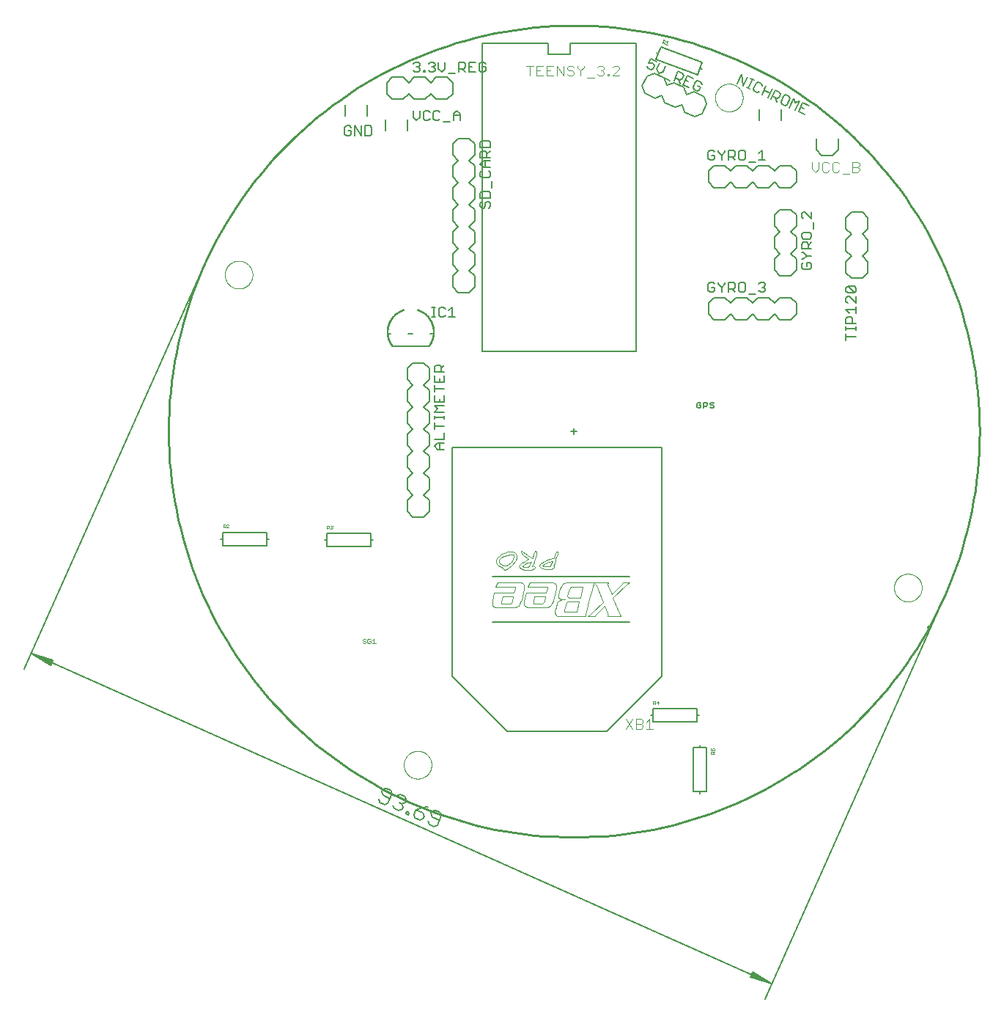
<source format=gto>
G75*
%MOIN*%
%OFA0B0*%
%FSLAX25Y25*%
%IPPOS*%
%LPD*%
%AMOC8*
5,1,8,0,0,1.08239X$1,22.5*
%
%ADD10C,0.01000*%
%ADD11C,0.01600*%
%ADD12C,0.00000*%
%ADD13C,0.00512*%
%ADD14C,0.00600*%
%ADD15C,0.00800*%
%ADD16C,0.00400*%
%ADD17C,0.00500*%
%ADD18C,0.00200*%
%ADD19C,0.00060*%
%ADD20C,0.00100*%
D10*
X0066778Y0259287D02*
X0066834Y0263813D01*
X0067000Y0268336D01*
X0067278Y0272854D01*
X0067666Y0277364D01*
X0068165Y0281863D01*
X0068774Y0286348D01*
X0069493Y0290817D01*
X0070322Y0295267D01*
X0071259Y0299695D01*
X0072305Y0304099D01*
X0073459Y0308476D01*
X0074719Y0312823D01*
X0076086Y0317138D01*
X0077559Y0321418D01*
X0079136Y0325661D01*
X0080817Y0329863D01*
X0082600Y0334024D01*
X0084485Y0338139D01*
X0086470Y0342207D01*
X0088555Y0346224D01*
X0090737Y0350190D01*
X0093016Y0354100D01*
X0095391Y0357954D01*
X0097859Y0361748D01*
X0100420Y0365480D01*
X0103071Y0369149D01*
X0105812Y0372751D01*
X0108641Y0376285D01*
X0111555Y0379748D01*
X0114553Y0383139D01*
X0117634Y0386456D01*
X0120795Y0389695D01*
X0124034Y0392856D01*
X0127351Y0395937D01*
X0130742Y0398935D01*
X0134205Y0401849D01*
X0137739Y0404678D01*
X0141341Y0407419D01*
X0145010Y0410070D01*
X0148742Y0412631D01*
X0152536Y0415099D01*
X0156390Y0417474D01*
X0160300Y0419753D01*
X0164266Y0421935D01*
X0168283Y0424020D01*
X0172351Y0426005D01*
X0176466Y0427890D01*
X0180627Y0429673D01*
X0184829Y0431354D01*
X0189072Y0432931D01*
X0193352Y0434404D01*
X0197667Y0435771D01*
X0202014Y0437031D01*
X0206391Y0438185D01*
X0210795Y0439231D01*
X0215223Y0440168D01*
X0219673Y0440997D01*
X0224142Y0441716D01*
X0228627Y0442325D01*
X0233126Y0442824D01*
X0237636Y0443212D01*
X0242154Y0443490D01*
X0246677Y0443656D01*
X0251203Y0443712D01*
X0255729Y0443656D01*
X0260252Y0443490D01*
X0264770Y0443212D01*
X0269280Y0442824D01*
X0273779Y0442325D01*
X0278264Y0441716D01*
X0282733Y0440997D01*
X0287183Y0440168D01*
X0291611Y0439231D01*
X0296015Y0438185D01*
X0300392Y0437031D01*
X0304739Y0435771D01*
X0309054Y0434404D01*
X0313334Y0432931D01*
X0317577Y0431354D01*
X0321779Y0429673D01*
X0325940Y0427890D01*
X0330055Y0426005D01*
X0334123Y0424020D01*
X0338140Y0421935D01*
X0342106Y0419753D01*
X0346016Y0417474D01*
X0349870Y0415099D01*
X0353664Y0412631D01*
X0357396Y0410070D01*
X0361065Y0407419D01*
X0364667Y0404678D01*
X0368201Y0401849D01*
X0371664Y0398935D01*
X0375055Y0395937D01*
X0378372Y0392856D01*
X0381611Y0389695D01*
X0384772Y0386456D01*
X0387853Y0383139D01*
X0390851Y0379748D01*
X0393765Y0376285D01*
X0396594Y0372751D01*
X0399335Y0369149D01*
X0401986Y0365480D01*
X0404547Y0361748D01*
X0407015Y0357954D01*
X0409390Y0354100D01*
X0411669Y0350190D01*
X0413851Y0346224D01*
X0415936Y0342207D01*
X0417921Y0338139D01*
X0419806Y0334024D01*
X0421589Y0329863D01*
X0423270Y0325661D01*
X0424847Y0321418D01*
X0426320Y0317138D01*
X0427687Y0312823D01*
X0428947Y0308476D01*
X0430101Y0304099D01*
X0431147Y0299695D01*
X0432084Y0295267D01*
X0432913Y0290817D01*
X0433632Y0286348D01*
X0434241Y0281863D01*
X0434740Y0277364D01*
X0435128Y0272854D01*
X0435406Y0268336D01*
X0435572Y0263813D01*
X0435628Y0259287D01*
X0435572Y0254761D01*
X0435406Y0250238D01*
X0435128Y0245720D01*
X0434740Y0241210D01*
X0434241Y0236711D01*
X0433632Y0232226D01*
X0432913Y0227757D01*
X0432084Y0223307D01*
X0431147Y0218879D01*
X0430101Y0214475D01*
X0428947Y0210098D01*
X0427687Y0205751D01*
X0426320Y0201436D01*
X0424847Y0197156D01*
X0423270Y0192913D01*
X0421589Y0188711D01*
X0419806Y0184550D01*
X0417921Y0180435D01*
X0415936Y0176367D01*
X0413851Y0172350D01*
X0411669Y0168384D01*
X0409390Y0164474D01*
X0407015Y0160620D01*
X0404547Y0156826D01*
X0401986Y0153094D01*
X0399335Y0149425D01*
X0396594Y0145823D01*
X0393765Y0142289D01*
X0390851Y0138826D01*
X0387853Y0135435D01*
X0384772Y0132118D01*
X0381611Y0128879D01*
X0378372Y0125718D01*
X0375055Y0122637D01*
X0371664Y0119639D01*
X0368201Y0116725D01*
X0364667Y0113896D01*
X0361065Y0111155D01*
X0357396Y0108504D01*
X0353664Y0105943D01*
X0349870Y0103475D01*
X0346016Y0101100D01*
X0342106Y0098821D01*
X0338140Y0096639D01*
X0334123Y0094554D01*
X0330055Y0092569D01*
X0325940Y0090684D01*
X0321779Y0088901D01*
X0317577Y0087220D01*
X0313334Y0085643D01*
X0309054Y0084170D01*
X0304739Y0082803D01*
X0300392Y0081543D01*
X0296015Y0080389D01*
X0291611Y0079343D01*
X0287183Y0078406D01*
X0282733Y0077577D01*
X0278264Y0076858D01*
X0273779Y0076249D01*
X0269280Y0075750D01*
X0264770Y0075362D01*
X0260252Y0075084D01*
X0255729Y0074918D01*
X0251203Y0074862D01*
X0246677Y0074918D01*
X0242154Y0075084D01*
X0237636Y0075362D01*
X0233126Y0075750D01*
X0228627Y0076249D01*
X0224142Y0076858D01*
X0219673Y0077577D01*
X0215223Y0078406D01*
X0210795Y0079343D01*
X0206391Y0080389D01*
X0202014Y0081543D01*
X0197667Y0082803D01*
X0193352Y0084170D01*
X0189072Y0085643D01*
X0184829Y0087220D01*
X0180627Y0088901D01*
X0176466Y0090684D01*
X0172351Y0092569D01*
X0168283Y0094554D01*
X0164266Y0096639D01*
X0160300Y0098821D01*
X0156390Y0101100D01*
X0152536Y0103475D01*
X0148742Y0105943D01*
X0145010Y0108504D01*
X0141341Y0111155D01*
X0137739Y0113896D01*
X0134205Y0116725D01*
X0130742Y0119639D01*
X0127351Y0122637D01*
X0124034Y0125718D01*
X0120795Y0128879D01*
X0117634Y0132118D01*
X0114553Y0135435D01*
X0111555Y0138826D01*
X0108641Y0142289D01*
X0105812Y0145823D01*
X0103071Y0149425D01*
X0100420Y0153094D01*
X0097859Y0156826D01*
X0095391Y0160620D01*
X0093016Y0164474D01*
X0090737Y0168384D01*
X0088555Y0172350D01*
X0086470Y0176367D01*
X0084485Y0180435D01*
X0082600Y0184550D01*
X0080817Y0188711D01*
X0079136Y0192913D01*
X0077559Y0197156D01*
X0076086Y0201436D01*
X0074719Y0205751D01*
X0073459Y0210098D01*
X0072305Y0214475D01*
X0071259Y0218879D01*
X0070322Y0223307D01*
X0069493Y0227757D01*
X0068774Y0232226D01*
X0068165Y0236711D01*
X0067666Y0241210D01*
X0067278Y0245720D01*
X0067000Y0250238D01*
X0066834Y0254761D01*
X0066778Y0259287D01*
D11*
X0412477Y0170288D02*
X0412519Y0170379D01*
D12*
X0396804Y0188187D02*
X0396806Y0188345D01*
X0396812Y0188503D01*
X0396822Y0188661D01*
X0396836Y0188819D01*
X0396854Y0188976D01*
X0396875Y0189133D01*
X0396901Y0189289D01*
X0396931Y0189445D01*
X0396964Y0189600D01*
X0397002Y0189753D01*
X0397043Y0189906D01*
X0397088Y0190058D01*
X0397137Y0190209D01*
X0397190Y0190358D01*
X0397246Y0190506D01*
X0397306Y0190652D01*
X0397370Y0190797D01*
X0397438Y0190940D01*
X0397509Y0191082D01*
X0397583Y0191222D01*
X0397661Y0191359D01*
X0397743Y0191495D01*
X0397827Y0191629D01*
X0397916Y0191760D01*
X0398007Y0191889D01*
X0398102Y0192016D01*
X0398199Y0192141D01*
X0398300Y0192263D01*
X0398404Y0192382D01*
X0398511Y0192499D01*
X0398621Y0192613D01*
X0398734Y0192724D01*
X0398849Y0192833D01*
X0398967Y0192938D01*
X0399088Y0193040D01*
X0399211Y0193140D01*
X0399337Y0193236D01*
X0399465Y0193329D01*
X0399595Y0193419D01*
X0399728Y0193505D01*
X0399863Y0193589D01*
X0399999Y0193668D01*
X0400138Y0193745D01*
X0400279Y0193817D01*
X0400421Y0193887D01*
X0400565Y0193952D01*
X0400711Y0194014D01*
X0400858Y0194072D01*
X0401007Y0194127D01*
X0401157Y0194178D01*
X0401308Y0194225D01*
X0401460Y0194268D01*
X0401613Y0194307D01*
X0401768Y0194343D01*
X0401923Y0194374D01*
X0402079Y0194402D01*
X0402235Y0194426D01*
X0402392Y0194446D01*
X0402550Y0194462D01*
X0402707Y0194474D01*
X0402866Y0194482D01*
X0403024Y0194486D01*
X0403182Y0194486D01*
X0403340Y0194482D01*
X0403499Y0194474D01*
X0403656Y0194462D01*
X0403814Y0194446D01*
X0403971Y0194426D01*
X0404127Y0194402D01*
X0404283Y0194374D01*
X0404438Y0194343D01*
X0404593Y0194307D01*
X0404746Y0194268D01*
X0404898Y0194225D01*
X0405049Y0194178D01*
X0405199Y0194127D01*
X0405348Y0194072D01*
X0405495Y0194014D01*
X0405641Y0193952D01*
X0405785Y0193887D01*
X0405927Y0193817D01*
X0406068Y0193745D01*
X0406207Y0193668D01*
X0406343Y0193589D01*
X0406478Y0193505D01*
X0406611Y0193419D01*
X0406741Y0193329D01*
X0406869Y0193236D01*
X0406995Y0193140D01*
X0407118Y0193040D01*
X0407239Y0192938D01*
X0407357Y0192833D01*
X0407472Y0192724D01*
X0407585Y0192613D01*
X0407695Y0192499D01*
X0407802Y0192382D01*
X0407906Y0192263D01*
X0408007Y0192141D01*
X0408104Y0192016D01*
X0408199Y0191889D01*
X0408290Y0191760D01*
X0408379Y0191629D01*
X0408463Y0191495D01*
X0408545Y0191359D01*
X0408623Y0191222D01*
X0408697Y0191082D01*
X0408768Y0190940D01*
X0408836Y0190797D01*
X0408900Y0190652D01*
X0408960Y0190506D01*
X0409016Y0190358D01*
X0409069Y0190209D01*
X0409118Y0190058D01*
X0409163Y0189906D01*
X0409204Y0189753D01*
X0409242Y0189600D01*
X0409275Y0189445D01*
X0409305Y0189289D01*
X0409331Y0189133D01*
X0409352Y0188976D01*
X0409370Y0188819D01*
X0409384Y0188661D01*
X0409394Y0188503D01*
X0409400Y0188345D01*
X0409402Y0188187D01*
X0409400Y0188029D01*
X0409394Y0187871D01*
X0409384Y0187713D01*
X0409370Y0187555D01*
X0409352Y0187398D01*
X0409331Y0187241D01*
X0409305Y0187085D01*
X0409275Y0186929D01*
X0409242Y0186774D01*
X0409204Y0186621D01*
X0409163Y0186468D01*
X0409118Y0186316D01*
X0409069Y0186165D01*
X0409016Y0186016D01*
X0408960Y0185868D01*
X0408900Y0185722D01*
X0408836Y0185577D01*
X0408768Y0185434D01*
X0408697Y0185292D01*
X0408623Y0185152D01*
X0408545Y0185015D01*
X0408463Y0184879D01*
X0408379Y0184745D01*
X0408290Y0184614D01*
X0408199Y0184485D01*
X0408104Y0184358D01*
X0408007Y0184233D01*
X0407906Y0184111D01*
X0407802Y0183992D01*
X0407695Y0183875D01*
X0407585Y0183761D01*
X0407472Y0183650D01*
X0407357Y0183541D01*
X0407239Y0183436D01*
X0407118Y0183334D01*
X0406995Y0183234D01*
X0406869Y0183138D01*
X0406741Y0183045D01*
X0406611Y0182955D01*
X0406478Y0182869D01*
X0406343Y0182785D01*
X0406207Y0182706D01*
X0406068Y0182629D01*
X0405927Y0182557D01*
X0405785Y0182487D01*
X0405641Y0182422D01*
X0405495Y0182360D01*
X0405348Y0182302D01*
X0405199Y0182247D01*
X0405049Y0182196D01*
X0404898Y0182149D01*
X0404746Y0182106D01*
X0404593Y0182067D01*
X0404438Y0182031D01*
X0404283Y0182000D01*
X0404127Y0181972D01*
X0403971Y0181948D01*
X0403814Y0181928D01*
X0403656Y0181912D01*
X0403499Y0181900D01*
X0403340Y0181892D01*
X0403182Y0181888D01*
X0403024Y0181888D01*
X0402866Y0181892D01*
X0402707Y0181900D01*
X0402550Y0181912D01*
X0402392Y0181928D01*
X0402235Y0181948D01*
X0402079Y0181972D01*
X0401923Y0182000D01*
X0401768Y0182031D01*
X0401613Y0182067D01*
X0401460Y0182106D01*
X0401308Y0182149D01*
X0401157Y0182196D01*
X0401007Y0182247D01*
X0400858Y0182302D01*
X0400711Y0182360D01*
X0400565Y0182422D01*
X0400421Y0182487D01*
X0400279Y0182557D01*
X0400138Y0182629D01*
X0399999Y0182706D01*
X0399863Y0182785D01*
X0399728Y0182869D01*
X0399595Y0182955D01*
X0399465Y0183045D01*
X0399337Y0183138D01*
X0399211Y0183234D01*
X0399088Y0183334D01*
X0398967Y0183436D01*
X0398849Y0183541D01*
X0398734Y0183650D01*
X0398621Y0183761D01*
X0398511Y0183875D01*
X0398404Y0183992D01*
X0398300Y0184111D01*
X0398199Y0184233D01*
X0398102Y0184358D01*
X0398007Y0184485D01*
X0397916Y0184614D01*
X0397827Y0184745D01*
X0397743Y0184879D01*
X0397661Y0185015D01*
X0397583Y0185152D01*
X0397509Y0185292D01*
X0397438Y0185434D01*
X0397370Y0185577D01*
X0397306Y0185722D01*
X0397246Y0185868D01*
X0397190Y0186016D01*
X0397137Y0186165D01*
X0397088Y0186316D01*
X0397043Y0186468D01*
X0397002Y0186621D01*
X0396964Y0186774D01*
X0396931Y0186929D01*
X0396901Y0187085D01*
X0396875Y0187241D01*
X0396854Y0187398D01*
X0396836Y0187555D01*
X0396822Y0187713D01*
X0396812Y0187871D01*
X0396806Y0188029D01*
X0396804Y0188187D01*
X0173804Y0107687D02*
X0173806Y0107845D01*
X0173812Y0108003D01*
X0173822Y0108161D01*
X0173836Y0108319D01*
X0173854Y0108476D01*
X0173875Y0108633D01*
X0173901Y0108789D01*
X0173931Y0108945D01*
X0173964Y0109100D01*
X0174002Y0109253D01*
X0174043Y0109406D01*
X0174088Y0109558D01*
X0174137Y0109709D01*
X0174190Y0109858D01*
X0174246Y0110006D01*
X0174306Y0110152D01*
X0174370Y0110297D01*
X0174438Y0110440D01*
X0174509Y0110582D01*
X0174583Y0110722D01*
X0174661Y0110859D01*
X0174743Y0110995D01*
X0174827Y0111129D01*
X0174916Y0111260D01*
X0175007Y0111389D01*
X0175102Y0111516D01*
X0175199Y0111641D01*
X0175300Y0111763D01*
X0175404Y0111882D01*
X0175511Y0111999D01*
X0175621Y0112113D01*
X0175734Y0112224D01*
X0175849Y0112333D01*
X0175967Y0112438D01*
X0176088Y0112540D01*
X0176211Y0112640D01*
X0176337Y0112736D01*
X0176465Y0112829D01*
X0176595Y0112919D01*
X0176728Y0113005D01*
X0176863Y0113089D01*
X0176999Y0113168D01*
X0177138Y0113245D01*
X0177279Y0113317D01*
X0177421Y0113387D01*
X0177565Y0113452D01*
X0177711Y0113514D01*
X0177858Y0113572D01*
X0178007Y0113627D01*
X0178157Y0113678D01*
X0178308Y0113725D01*
X0178460Y0113768D01*
X0178613Y0113807D01*
X0178768Y0113843D01*
X0178923Y0113874D01*
X0179079Y0113902D01*
X0179235Y0113926D01*
X0179392Y0113946D01*
X0179550Y0113962D01*
X0179707Y0113974D01*
X0179866Y0113982D01*
X0180024Y0113986D01*
X0180182Y0113986D01*
X0180340Y0113982D01*
X0180499Y0113974D01*
X0180656Y0113962D01*
X0180814Y0113946D01*
X0180971Y0113926D01*
X0181127Y0113902D01*
X0181283Y0113874D01*
X0181438Y0113843D01*
X0181593Y0113807D01*
X0181746Y0113768D01*
X0181898Y0113725D01*
X0182049Y0113678D01*
X0182199Y0113627D01*
X0182348Y0113572D01*
X0182495Y0113514D01*
X0182641Y0113452D01*
X0182785Y0113387D01*
X0182927Y0113317D01*
X0183068Y0113245D01*
X0183207Y0113168D01*
X0183343Y0113089D01*
X0183478Y0113005D01*
X0183611Y0112919D01*
X0183741Y0112829D01*
X0183869Y0112736D01*
X0183995Y0112640D01*
X0184118Y0112540D01*
X0184239Y0112438D01*
X0184357Y0112333D01*
X0184472Y0112224D01*
X0184585Y0112113D01*
X0184695Y0111999D01*
X0184802Y0111882D01*
X0184906Y0111763D01*
X0185007Y0111641D01*
X0185104Y0111516D01*
X0185199Y0111389D01*
X0185290Y0111260D01*
X0185379Y0111129D01*
X0185463Y0110995D01*
X0185545Y0110859D01*
X0185623Y0110722D01*
X0185697Y0110582D01*
X0185768Y0110440D01*
X0185836Y0110297D01*
X0185900Y0110152D01*
X0185960Y0110006D01*
X0186016Y0109858D01*
X0186069Y0109709D01*
X0186118Y0109558D01*
X0186163Y0109406D01*
X0186204Y0109253D01*
X0186242Y0109100D01*
X0186275Y0108945D01*
X0186305Y0108789D01*
X0186331Y0108633D01*
X0186352Y0108476D01*
X0186370Y0108319D01*
X0186384Y0108161D01*
X0186394Y0108003D01*
X0186400Y0107845D01*
X0186402Y0107687D01*
X0186400Y0107529D01*
X0186394Y0107371D01*
X0186384Y0107213D01*
X0186370Y0107055D01*
X0186352Y0106898D01*
X0186331Y0106741D01*
X0186305Y0106585D01*
X0186275Y0106429D01*
X0186242Y0106274D01*
X0186204Y0106121D01*
X0186163Y0105968D01*
X0186118Y0105816D01*
X0186069Y0105665D01*
X0186016Y0105516D01*
X0185960Y0105368D01*
X0185900Y0105222D01*
X0185836Y0105077D01*
X0185768Y0104934D01*
X0185697Y0104792D01*
X0185623Y0104652D01*
X0185545Y0104515D01*
X0185463Y0104379D01*
X0185379Y0104245D01*
X0185290Y0104114D01*
X0185199Y0103985D01*
X0185104Y0103858D01*
X0185007Y0103733D01*
X0184906Y0103611D01*
X0184802Y0103492D01*
X0184695Y0103375D01*
X0184585Y0103261D01*
X0184472Y0103150D01*
X0184357Y0103041D01*
X0184239Y0102936D01*
X0184118Y0102834D01*
X0183995Y0102734D01*
X0183869Y0102638D01*
X0183741Y0102545D01*
X0183611Y0102455D01*
X0183478Y0102369D01*
X0183343Y0102285D01*
X0183207Y0102206D01*
X0183068Y0102129D01*
X0182927Y0102057D01*
X0182785Y0101987D01*
X0182641Y0101922D01*
X0182495Y0101860D01*
X0182348Y0101802D01*
X0182199Y0101747D01*
X0182049Y0101696D01*
X0181898Y0101649D01*
X0181746Y0101606D01*
X0181593Y0101567D01*
X0181438Y0101531D01*
X0181283Y0101500D01*
X0181127Y0101472D01*
X0180971Y0101448D01*
X0180814Y0101428D01*
X0180656Y0101412D01*
X0180499Y0101400D01*
X0180340Y0101392D01*
X0180182Y0101388D01*
X0180024Y0101388D01*
X0179866Y0101392D01*
X0179707Y0101400D01*
X0179550Y0101412D01*
X0179392Y0101428D01*
X0179235Y0101448D01*
X0179079Y0101472D01*
X0178923Y0101500D01*
X0178768Y0101531D01*
X0178613Y0101567D01*
X0178460Y0101606D01*
X0178308Y0101649D01*
X0178157Y0101696D01*
X0178007Y0101747D01*
X0177858Y0101802D01*
X0177711Y0101860D01*
X0177565Y0101922D01*
X0177421Y0101987D01*
X0177279Y0102057D01*
X0177138Y0102129D01*
X0176999Y0102206D01*
X0176863Y0102285D01*
X0176728Y0102369D01*
X0176595Y0102455D01*
X0176465Y0102545D01*
X0176337Y0102638D01*
X0176211Y0102734D01*
X0176088Y0102834D01*
X0175967Y0102936D01*
X0175849Y0103041D01*
X0175734Y0103150D01*
X0175621Y0103261D01*
X0175511Y0103375D01*
X0175404Y0103492D01*
X0175300Y0103611D01*
X0175199Y0103733D01*
X0175102Y0103858D01*
X0175007Y0103985D01*
X0174916Y0104114D01*
X0174827Y0104245D01*
X0174743Y0104379D01*
X0174661Y0104515D01*
X0174583Y0104652D01*
X0174509Y0104792D01*
X0174438Y0104934D01*
X0174370Y0105077D01*
X0174306Y0105222D01*
X0174246Y0105368D01*
X0174190Y0105516D01*
X0174137Y0105665D01*
X0174088Y0105816D01*
X0174043Y0105968D01*
X0174002Y0106121D01*
X0173964Y0106274D01*
X0173931Y0106429D01*
X0173901Y0106585D01*
X0173875Y0106741D01*
X0173854Y0106898D01*
X0173836Y0107055D01*
X0173822Y0107213D01*
X0173812Y0107371D01*
X0173806Y0107529D01*
X0173804Y0107687D01*
X0092404Y0330387D02*
X0092406Y0330545D01*
X0092412Y0330703D01*
X0092422Y0330861D01*
X0092436Y0331019D01*
X0092454Y0331176D01*
X0092475Y0331333D01*
X0092501Y0331489D01*
X0092531Y0331645D01*
X0092564Y0331800D01*
X0092602Y0331953D01*
X0092643Y0332106D01*
X0092688Y0332258D01*
X0092737Y0332409D01*
X0092790Y0332558D01*
X0092846Y0332706D01*
X0092906Y0332852D01*
X0092970Y0332997D01*
X0093038Y0333140D01*
X0093109Y0333282D01*
X0093183Y0333422D01*
X0093261Y0333559D01*
X0093343Y0333695D01*
X0093427Y0333829D01*
X0093516Y0333960D01*
X0093607Y0334089D01*
X0093702Y0334216D01*
X0093799Y0334341D01*
X0093900Y0334463D01*
X0094004Y0334582D01*
X0094111Y0334699D01*
X0094221Y0334813D01*
X0094334Y0334924D01*
X0094449Y0335033D01*
X0094567Y0335138D01*
X0094688Y0335240D01*
X0094811Y0335340D01*
X0094937Y0335436D01*
X0095065Y0335529D01*
X0095195Y0335619D01*
X0095328Y0335705D01*
X0095463Y0335789D01*
X0095599Y0335868D01*
X0095738Y0335945D01*
X0095879Y0336017D01*
X0096021Y0336087D01*
X0096165Y0336152D01*
X0096311Y0336214D01*
X0096458Y0336272D01*
X0096607Y0336327D01*
X0096757Y0336378D01*
X0096908Y0336425D01*
X0097060Y0336468D01*
X0097213Y0336507D01*
X0097368Y0336543D01*
X0097523Y0336574D01*
X0097679Y0336602D01*
X0097835Y0336626D01*
X0097992Y0336646D01*
X0098150Y0336662D01*
X0098307Y0336674D01*
X0098466Y0336682D01*
X0098624Y0336686D01*
X0098782Y0336686D01*
X0098940Y0336682D01*
X0099099Y0336674D01*
X0099256Y0336662D01*
X0099414Y0336646D01*
X0099571Y0336626D01*
X0099727Y0336602D01*
X0099883Y0336574D01*
X0100038Y0336543D01*
X0100193Y0336507D01*
X0100346Y0336468D01*
X0100498Y0336425D01*
X0100649Y0336378D01*
X0100799Y0336327D01*
X0100948Y0336272D01*
X0101095Y0336214D01*
X0101241Y0336152D01*
X0101385Y0336087D01*
X0101527Y0336017D01*
X0101668Y0335945D01*
X0101807Y0335868D01*
X0101943Y0335789D01*
X0102078Y0335705D01*
X0102211Y0335619D01*
X0102341Y0335529D01*
X0102469Y0335436D01*
X0102595Y0335340D01*
X0102718Y0335240D01*
X0102839Y0335138D01*
X0102957Y0335033D01*
X0103072Y0334924D01*
X0103185Y0334813D01*
X0103295Y0334699D01*
X0103402Y0334582D01*
X0103506Y0334463D01*
X0103607Y0334341D01*
X0103704Y0334216D01*
X0103799Y0334089D01*
X0103890Y0333960D01*
X0103979Y0333829D01*
X0104063Y0333695D01*
X0104145Y0333559D01*
X0104223Y0333422D01*
X0104297Y0333282D01*
X0104368Y0333140D01*
X0104436Y0332997D01*
X0104500Y0332852D01*
X0104560Y0332706D01*
X0104616Y0332558D01*
X0104669Y0332409D01*
X0104718Y0332258D01*
X0104763Y0332106D01*
X0104804Y0331953D01*
X0104842Y0331800D01*
X0104875Y0331645D01*
X0104905Y0331489D01*
X0104931Y0331333D01*
X0104952Y0331176D01*
X0104970Y0331019D01*
X0104984Y0330861D01*
X0104994Y0330703D01*
X0105000Y0330545D01*
X0105002Y0330387D01*
X0105000Y0330229D01*
X0104994Y0330071D01*
X0104984Y0329913D01*
X0104970Y0329755D01*
X0104952Y0329598D01*
X0104931Y0329441D01*
X0104905Y0329285D01*
X0104875Y0329129D01*
X0104842Y0328974D01*
X0104804Y0328821D01*
X0104763Y0328668D01*
X0104718Y0328516D01*
X0104669Y0328365D01*
X0104616Y0328216D01*
X0104560Y0328068D01*
X0104500Y0327922D01*
X0104436Y0327777D01*
X0104368Y0327634D01*
X0104297Y0327492D01*
X0104223Y0327352D01*
X0104145Y0327215D01*
X0104063Y0327079D01*
X0103979Y0326945D01*
X0103890Y0326814D01*
X0103799Y0326685D01*
X0103704Y0326558D01*
X0103607Y0326433D01*
X0103506Y0326311D01*
X0103402Y0326192D01*
X0103295Y0326075D01*
X0103185Y0325961D01*
X0103072Y0325850D01*
X0102957Y0325741D01*
X0102839Y0325636D01*
X0102718Y0325534D01*
X0102595Y0325434D01*
X0102469Y0325338D01*
X0102341Y0325245D01*
X0102211Y0325155D01*
X0102078Y0325069D01*
X0101943Y0324985D01*
X0101807Y0324906D01*
X0101668Y0324829D01*
X0101527Y0324757D01*
X0101385Y0324687D01*
X0101241Y0324622D01*
X0101095Y0324560D01*
X0100948Y0324502D01*
X0100799Y0324447D01*
X0100649Y0324396D01*
X0100498Y0324349D01*
X0100346Y0324306D01*
X0100193Y0324267D01*
X0100038Y0324231D01*
X0099883Y0324200D01*
X0099727Y0324172D01*
X0099571Y0324148D01*
X0099414Y0324128D01*
X0099256Y0324112D01*
X0099099Y0324100D01*
X0098940Y0324092D01*
X0098782Y0324088D01*
X0098624Y0324088D01*
X0098466Y0324092D01*
X0098307Y0324100D01*
X0098150Y0324112D01*
X0097992Y0324128D01*
X0097835Y0324148D01*
X0097679Y0324172D01*
X0097523Y0324200D01*
X0097368Y0324231D01*
X0097213Y0324267D01*
X0097060Y0324306D01*
X0096908Y0324349D01*
X0096757Y0324396D01*
X0096607Y0324447D01*
X0096458Y0324502D01*
X0096311Y0324560D01*
X0096165Y0324622D01*
X0096021Y0324687D01*
X0095879Y0324757D01*
X0095738Y0324829D01*
X0095599Y0324906D01*
X0095463Y0324985D01*
X0095328Y0325069D01*
X0095195Y0325155D01*
X0095065Y0325245D01*
X0094937Y0325338D01*
X0094811Y0325434D01*
X0094688Y0325534D01*
X0094567Y0325636D01*
X0094449Y0325741D01*
X0094334Y0325850D01*
X0094221Y0325961D01*
X0094111Y0326075D01*
X0094004Y0326192D01*
X0093900Y0326311D01*
X0093799Y0326433D01*
X0093702Y0326558D01*
X0093607Y0326685D01*
X0093516Y0326814D01*
X0093427Y0326945D01*
X0093343Y0327079D01*
X0093261Y0327215D01*
X0093183Y0327352D01*
X0093109Y0327492D01*
X0093038Y0327634D01*
X0092970Y0327777D01*
X0092906Y0327922D01*
X0092846Y0328068D01*
X0092790Y0328216D01*
X0092737Y0328365D01*
X0092688Y0328516D01*
X0092643Y0328668D01*
X0092602Y0328821D01*
X0092564Y0328974D01*
X0092531Y0329129D01*
X0092501Y0329285D01*
X0092475Y0329441D01*
X0092454Y0329598D01*
X0092436Y0329755D01*
X0092422Y0329913D01*
X0092412Y0330071D01*
X0092406Y0330229D01*
X0092404Y0330387D01*
X0315404Y0410887D02*
X0315406Y0411045D01*
X0315412Y0411203D01*
X0315422Y0411361D01*
X0315436Y0411519D01*
X0315454Y0411676D01*
X0315475Y0411833D01*
X0315501Y0411989D01*
X0315531Y0412145D01*
X0315564Y0412300D01*
X0315602Y0412453D01*
X0315643Y0412606D01*
X0315688Y0412758D01*
X0315737Y0412909D01*
X0315790Y0413058D01*
X0315846Y0413206D01*
X0315906Y0413352D01*
X0315970Y0413497D01*
X0316038Y0413640D01*
X0316109Y0413782D01*
X0316183Y0413922D01*
X0316261Y0414059D01*
X0316343Y0414195D01*
X0316427Y0414329D01*
X0316516Y0414460D01*
X0316607Y0414589D01*
X0316702Y0414716D01*
X0316799Y0414841D01*
X0316900Y0414963D01*
X0317004Y0415082D01*
X0317111Y0415199D01*
X0317221Y0415313D01*
X0317334Y0415424D01*
X0317449Y0415533D01*
X0317567Y0415638D01*
X0317688Y0415740D01*
X0317811Y0415840D01*
X0317937Y0415936D01*
X0318065Y0416029D01*
X0318195Y0416119D01*
X0318328Y0416205D01*
X0318463Y0416289D01*
X0318599Y0416368D01*
X0318738Y0416445D01*
X0318879Y0416517D01*
X0319021Y0416587D01*
X0319165Y0416652D01*
X0319311Y0416714D01*
X0319458Y0416772D01*
X0319607Y0416827D01*
X0319757Y0416878D01*
X0319908Y0416925D01*
X0320060Y0416968D01*
X0320213Y0417007D01*
X0320368Y0417043D01*
X0320523Y0417074D01*
X0320679Y0417102D01*
X0320835Y0417126D01*
X0320992Y0417146D01*
X0321150Y0417162D01*
X0321307Y0417174D01*
X0321466Y0417182D01*
X0321624Y0417186D01*
X0321782Y0417186D01*
X0321940Y0417182D01*
X0322099Y0417174D01*
X0322256Y0417162D01*
X0322414Y0417146D01*
X0322571Y0417126D01*
X0322727Y0417102D01*
X0322883Y0417074D01*
X0323038Y0417043D01*
X0323193Y0417007D01*
X0323346Y0416968D01*
X0323498Y0416925D01*
X0323649Y0416878D01*
X0323799Y0416827D01*
X0323948Y0416772D01*
X0324095Y0416714D01*
X0324241Y0416652D01*
X0324385Y0416587D01*
X0324527Y0416517D01*
X0324668Y0416445D01*
X0324807Y0416368D01*
X0324943Y0416289D01*
X0325078Y0416205D01*
X0325211Y0416119D01*
X0325341Y0416029D01*
X0325469Y0415936D01*
X0325595Y0415840D01*
X0325718Y0415740D01*
X0325839Y0415638D01*
X0325957Y0415533D01*
X0326072Y0415424D01*
X0326185Y0415313D01*
X0326295Y0415199D01*
X0326402Y0415082D01*
X0326506Y0414963D01*
X0326607Y0414841D01*
X0326704Y0414716D01*
X0326799Y0414589D01*
X0326890Y0414460D01*
X0326979Y0414329D01*
X0327063Y0414195D01*
X0327145Y0414059D01*
X0327223Y0413922D01*
X0327297Y0413782D01*
X0327368Y0413640D01*
X0327436Y0413497D01*
X0327500Y0413352D01*
X0327560Y0413206D01*
X0327616Y0413058D01*
X0327669Y0412909D01*
X0327718Y0412758D01*
X0327763Y0412606D01*
X0327804Y0412453D01*
X0327842Y0412300D01*
X0327875Y0412145D01*
X0327905Y0411989D01*
X0327931Y0411833D01*
X0327952Y0411676D01*
X0327970Y0411519D01*
X0327984Y0411361D01*
X0327994Y0411203D01*
X0328000Y0411045D01*
X0328002Y0410887D01*
X0328000Y0410729D01*
X0327994Y0410571D01*
X0327984Y0410413D01*
X0327970Y0410255D01*
X0327952Y0410098D01*
X0327931Y0409941D01*
X0327905Y0409785D01*
X0327875Y0409629D01*
X0327842Y0409474D01*
X0327804Y0409321D01*
X0327763Y0409168D01*
X0327718Y0409016D01*
X0327669Y0408865D01*
X0327616Y0408716D01*
X0327560Y0408568D01*
X0327500Y0408422D01*
X0327436Y0408277D01*
X0327368Y0408134D01*
X0327297Y0407992D01*
X0327223Y0407852D01*
X0327145Y0407715D01*
X0327063Y0407579D01*
X0326979Y0407445D01*
X0326890Y0407314D01*
X0326799Y0407185D01*
X0326704Y0407058D01*
X0326607Y0406933D01*
X0326506Y0406811D01*
X0326402Y0406692D01*
X0326295Y0406575D01*
X0326185Y0406461D01*
X0326072Y0406350D01*
X0325957Y0406241D01*
X0325839Y0406136D01*
X0325718Y0406034D01*
X0325595Y0405934D01*
X0325469Y0405838D01*
X0325341Y0405745D01*
X0325211Y0405655D01*
X0325078Y0405569D01*
X0324943Y0405485D01*
X0324807Y0405406D01*
X0324668Y0405329D01*
X0324527Y0405257D01*
X0324385Y0405187D01*
X0324241Y0405122D01*
X0324095Y0405060D01*
X0323948Y0405002D01*
X0323799Y0404947D01*
X0323649Y0404896D01*
X0323498Y0404849D01*
X0323346Y0404806D01*
X0323193Y0404767D01*
X0323038Y0404731D01*
X0322883Y0404700D01*
X0322727Y0404672D01*
X0322571Y0404648D01*
X0322414Y0404628D01*
X0322256Y0404612D01*
X0322099Y0404600D01*
X0321940Y0404592D01*
X0321782Y0404588D01*
X0321624Y0404588D01*
X0321466Y0404592D01*
X0321307Y0404600D01*
X0321150Y0404612D01*
X0320992Y0404628D01*
X0320835Y0404648D01*
X0320679Y0404672D01*
X0320523Y0404700D01*
X0320368Y0404731D01*
X0320213Y0404767D01*
X0320060Y0404806D01*
X0319908Y0404849D01*
X0319757Y0404896D01*
X0319607Y0404947D01*
X0319458Y0405002D01*
X0319311Y0405060D01*
X0319165Y0405122D01*
X0319021Y0405187D01*
X0318879Y0405257D01*
X0318738Y0405329D01*
X0318599Y0405406D01*
X0318463Y0405485D01*
X0318328Y0405569D01*
X0318195Y0405655D01*
X0318065Y0405745D01*
X0317937Y0405838D01*
X0317811Y0405934D01*
X0317688Y0406034D01*
X0317567Y0406136D01*
X0317449Y0406241D01*
X0317334Y0406350D01*
X0317221Y0406461D01*
X0317111Y0406575D01*
X0317004Y0406692D01*
X0316900Y0406811D01*
X0316799Y0406933D01*
X0316702Y0407058D01*
X0316607Y0407185D01*
X0316516Y0407314D01*
X0316427Y0407445D01*
X0316343Y0407579D01*
X0316261Y0407715D01*
X0316183Y0407852D01*
X0316109Y0407992D01*
X0316038Y0408134D01*
X0315970Y0408277D01*
X0315906Y0408422D01*
X0315846Y0408568D01*
X0315790Y0408716D01*
X0315737Y0408865D01*
X0315688Y0409016D01*
X0315643Y0409168D01*
X0315602Y0409321D01*
X0315564Y0409474D01*
X0315531Y0409629D01*
X0315501Y0409785D01*
X0315475Y0409941D01*
X0315454Y0410098D01*
X0315436Y0410255D01*
X0315422Y0410413D01*
X0315412Y0410571D01*
X0315406Y0410729D01*
X0315404Y0410887D01*
D13*
X0082702Y0334254D02*
X0001256Y0151191D01*
X0004610Y0158101D02*
X0013313Y0153109D01*
X0013218Y0152896D02*
X0004610Y0158101D01*
X0014145Y0154979D01*
X0014240Y0155192D02*
X0013218Y0152896D01*
X0013521Y0153576D02*
X0004610Y0158101D01*
X0013937Y0154512D01*
X0014240Y0155192D02*
X0004610Y0158101D01*
X0341145Y0008374D01*
X0331610Y0011496D01*
X0331516Y0011283D02*
X0341145Y0008374D01*
X0332443Y0013366D01*
X0332537Y0013579D02*
X0331516Y0011283D01*
X0331818Y0011963D02*
X0341145Y0008374D01*
X0332234Y0012899D01*
X0332537Y0013579D02*
X0341145Y0008374D01*
X0338258Y0001256D02*
X0419704Y0184319D01*
X0252460Y0259287D02*
X0249946Y0259287D01*
X0251203Y0260543D02*
X0251203Y0258030D01*
D14*
X0307203Y0270220D02*
X0307637Y0269787D01*
X0308504Y0269787D01*
X0308938Y0270220D01*
X0308938Y0271088D01*
X0308071Y0271088D01*
X0308938Y0271955D02*
X0308504Y0272389D01*
X0307637Y0272389D01*
X0307203Y0271955D01*
X0307203Y0270220D01*
X0310150Y0269787D02*
X0310150Y0272389D01*
X0311451Y0272389D01*
X0311885Y0271955D01*
X0311885Y0271088D01*
X0311451Y0270654D01*
X0310150Y0270654D01*
X0313096Y0270220D02*
X0313530Y0269787D01*
X0314397Y0269787D01*
X0314831Y0270220D01*
X0314831Y0270654D01*
X0314397Y0271088D01*
X0313530Y0271088D01*
X0313096Y0271521D01*
X0313096Y0271955D01*
X0313530Y0272389D01*
X0314397Y0272389D01*
X0314831Y0271955D01*
X0276407Y0193381D02*
X0214128Y0193381D01*
X0214128Y0172493D02*
X0276407Y0172493D01*
X0190270Y0086127D02*
X0190862Y0084586D01*
X0188962Y0080319D01*
X0187420Y0079727D01*
X0185287Y0080677D01*
X0184695Y0082219D01*
X0182569Y0083165D02*
X0183044Y0084232D01*
X0182452Y0085774D01*
X0179252Y0087198D01*
X0178302Y0085065D01*
X0178894Y0083523D01*
X0181027Y0082574D01*
X0182569Y0083165D01*
X0186712Y0083877D02*
X0186120Y0085419D01*
X0186595Y0086486D01*
X0188136Y0087077D01*
X0190270Y0086127D01*
X0189912Y0082452D02*
X0186712Y0083877D01*
X0184944Y0088499D02*
X0182335Y0088382D01*
X0179252Y0087198D01*
X0176172Y0086013D02*
X0175697Y0084947D01*
X0174631Y0085422D01*
X0175106Y0086488D01*
X0176172Y0086013D01*
X0172980Y0087435D02*
X0171438Y0086843D01*
X0169304Y0087793D01*
X0168713Y0089335D01*
X0166587Y0090281D02*
X0168486Y0094548D01*
X0167895Y0096090D01*
X0165761Y0097040D01*
X0164219Y0096448D01*
X0163745Y0095381D01*
X0164336Y0093839D01*
X0167536Y0092415D01*
X0166587Y0090281D02*
X0165045Y0089689D01*
X0162912Y0090639D01*
X0162320Y0092181D01*
X0170612Y0093601D02*
X0172154Y0094193D01*
X0174287Y0093243D01*
X0174879Y0091702D01*
X0174404Y0090635D01*
X0172863Y0090043D01*
X0173454Y0088502D01*
X0172980Y0087435D01*
X0172863Y0090043D02*
X0171796Y0090518D01*
X0168555Y0297987D02*
X0185051Y0297987D01*
X0185677Y0303487D02*
X0187256Y0303487D01*
X0177929Y0303487D02*
X0175677Y0303487D01*
X0167929Y0303487D02*
X0166350Y0303487D01*
D15*
X0177803Y0290387D02*
X0175303Y0287887D01*
X0175303Y0282887D01*
X0177803Y0280387D01*
X0175303Y0277887D01*
X0175303Y0272887D01*
X0177803Y0270387D01*
X0175303Y0267887D01*
X0175303Y0262887D01*
X0177803Y0260387D01*
X0175303Y0257887D01*
X0175303Y0252887D01*
X0177803Y0250387D01*
X0175303Y0247887D01*
X0175303Y0242887D01*
X0177803Y0240387D01*
X0175303Y0237887D01*
X0175303Y0232887D01*
X0177803Y0230387D01*
X0175303Y0227887D01*
X0175303Y0222887D01*
X0177803Y0220387D01*
X0182803Y0220387D01*
X0185303Y0222887D01*
X0185303Y0227887D01*
X0182803Y0230387D01*
X0185303Y0232887D01*
X0185303Y0237887D01*
X0182803Y0240387D01*
X0185303Y0242887D01*
X0185303Y0247887D01*
X0182803Y0250387D01*
X0185303Y0252887D01*
X0185303Y0257887D01*
X0182803Y0260387D01*
X0185303Y0262887D01*
X0185303Y0267887D01*
X0182803Y0270387D01*
X0185303Y0272887D01*
X0185303Y0277887D01*
X0182803Y0280387D01*
X0185303Y0282887D01*
X0185303Y0287887D01*
X0182803Y0290387D01*
X0177803Y0290387D01*
X0209403Y0295587D02*
X0209403Y0435587D01*
X0239403Y0435587D01*
X0239403Y0430587D01*
X0249403Y0430587D01*
X0249403Y0435587D01*
X0279403Y0435587D01*
X0279403Y0295587D01*
X0209403Y0295587D01*
X0203603Y0322387D02*
X0198603Y0322387D01*
X0196103Y0324887D01*
X0196103Y0329887D01*
X0198603Y0332387D01*
X0196103Y0334887D01*
X0196103Y0339887D01*
X0198603Y0342387D01*
X0196103Y0344887D01*
X0196103Y0349887D01*
X0198603Y0352387D01*
X0196103Y0354887D01*
X0196103Y0359887D01*
X0198603Y0362387D01*
X0196103Y0364887D01*
X0196103Y0369887D01*
X0198603Y0372387D01*
X0196103Y0374887D01*
X0196103Y0379887D01*
X0198603Y0382387D01*
X0196103Y0384887D01*
X0196103Y0389887D01*
X0198603Y0392387D01*
X0203603Y0392387D01*
X0206103Y0389887D01*
X0206103Y0384887D01*
X0203603Y0382387D01*
X0206103Y0379887D01*
X0206103Y0374887D01*
X0203603Y0372387D01*
X0206103Y0369887D01*
X0206103Y0364887D01*
X0203603Y0362387D01*
X0206103Y0359887D01*
X0206103Y0354887D01*
X0203603Y0352387D01*
X0206103Y0349887D01*
X0206103Y0344887D01*
X0203603Y0342387D01*
X0206103Y0339887D01*
X0206103Y0334887D01*
X0203603Y0332387D01*
X0206103Y0329887D01*
X0206103Y0324887D01*
X0203603Y0322387D01*
X0195765Y0251916D02*
X0291041Y0251916D01*
X0291041Y0147960D01*
X0266139Y0123058D01*
X0220667Y0123058D01*
X0195765Y0147960D01*
X0195765Y0251916D01*
X0158803Y0212787D02*
X0158803Y0209787D01*
X0159803Y0209787D01*
X0158803Y0209787D02*
X0158803Y0206787D01*
X0138803Y0206787D01*
X0138803Y0209787D01*
X0137803Y0209787D01*
X0138803Y0209787D02*
X0138803Y0212787D01*
X0158803Y0212787D01*
X0112603Y0210387D02*
X0111603Y0210387D01*
X0111603Y0207387D01*
X0091603Y0207387D01*
X0091603Y0210387D01*
X0090603Y0210387D01*
X0091603Y0210387D02*
X0091603Y0213387D01*
X0111603Y0213387D01*
X0111603Y0210387D01*
X0287203Y0133087D02*
X0287203Y0130087D01*
X0286203Y0130087D01*
X0287203Y0130087D02*
X0287203Y0127087D01*
X0307203Y0127087D01*
X0307203Y0130087D01*
X0308203Y0130087D01*
X0307203Y0130087D02*
X0307203Y0133087D01*
X0287203Y0133087D01*
X0305503Y0115587D02*
X0308503Y0115587D01*
X0308503Y0116587D01*
X0308503Y0115587D02*
X0311503Y0115587D01*
X0311503Y0095587D01*
X0308503Y0095587D01*
X0308503Y0094587D01*
X0308503Y0095587D02*
X0305503Y0095587D01*
X0305503Y0115587D01*
X0314803Y0309987D02*
X0319803Y0309987D01*
X0322303Y0312487D01*
X0324803Y0309987D01*
X0329803Y0309987D01*
X0332303Y0312487D01*
X0334803Y0309987D01*
X0339803Y0309987D01*
X0342303Y0312487D01*
X0344803Y0309987D01*
X0349803Y0309987D01*
X0352303Y0312487D01*
X0352303Y0317487D01*
X0349803Y0319987D01*
X0344803Y0319987D01*
X0342303Y0317487D01*
X0339803Y0319987D01*
X0334803Y0319987D01*
X0332303Y0317487D01*
X0329803Y0319987D01*
X0324803Y0319987D01*
X0322303Y0317487D01*
X0319803Y0319987D01*
X0314803Y0319987D01*
X0312303Y0317487D01*
X0312303Y0312487D01*
X0314803Y0309987D01*
X0342303Y0332487D02*
X0342303Y0337487D01*
X0344803Y0339987D01*
X0342303Y0342487D01*
X0342303Y0347487D01*
X0344803Y0349987D01*
X0342303Y0352487D01*
X0342303Y0357487D01*
X0344803Y0359987D01*
X0349803Y0359987D01*
X0352303Y0357487D01*
X0352303Y0352487D01*
X0349803Y0349987D01*
X0352303Y0347487D01*
X0352303Y0342487D01*
X0349803Y0339987D01*
X0352303Y0337487D01*
X0352303Y0332487D01*
X0349803Y0329987D01*
X0344803Y0329987D01*
X0342303Y0332487D01*
X0374803Y0331287D02*
X0374803Y0336287D01*
X0377303Y0338787D01*
X0374803Y0341287D01*
X0374803Y0346287D01*
X0377303Y0348787D01*
X0374803Y0351287D01*
X0374803Y0356287D01*
X0377303Y0358787D01*
X0382303Y0358787D01*
X0384803Y0356287D01*
X0384803Y0351287D01*
X0382303Y0348787D01*
X0384803Y0346287D01*
X0384803Y0341287D01*
X0382303Y0338787D01*
X0384803Y0336287D01*
X0384803Y0331287D01*
X0382303Y0328787D01*
X0377303Y0328787D01*
X0374803Y0331287D01*
X0349803Y0369987D02*
X0344803Y0369987D01*
X0342303Y0372487D01*
X0339803Y0369987D01*
X0334803Y0369987D01*
X0332303Y0372487D01*
X0329803Y0369987D01*
X0324803Y0369987D01*
X0322303Y0372487D01*
X0319803Y0369987D01*
X0314803Y0369987D01*
X0312303Y0372487D01*
X0312303Y0377487D01*
X0314803Y0379987D01*
X0319803Y0379987D01*
X0322303Y0377487D01*
X0324803Y0379987D01*
X0329803Y0379987D01*
X0332303Y0377487D01*
X0334803Y0379987D01*
X0339803Y0379987D01*
X0342303Y0377487D01*
X0344803Y0379987D01*
X0349803Y0379987D01*
X0352303Y0377487D01*
X0352303Y0372487D01*
X0349803Y0369987D01*
X0363903Y0384587D02*
X0361403Y0387087D01*
X0361403Y0392087D01*
X0363903Y0384587D02*
X0368903Y0384587D01*
X0371403Y0387087D01*
X0371403Y0392087D01*
X0345303Y0400487D02*
X0345303Y0405487D01*
X0335303Y0405487D02*
X0335303Y0400487D01*
X0311517Y0407987D02*
X0309404Y0403455D01*
X0306082Y0402246D01*
X0301551Y0404359D01*
X0300341Y0407682D01*
X0297019Y0406472D01*
X0292487Y0408585D01*
X0291278Y0411908D01*
X0287956Y0410698D01*
X0283424Y0412812D01*
X0282215Y0416134D01*
X0284328Y0420665D01*
X0287651Y0421875D01*
X0292182Y0419762D01*
X0293391Y0416439D01*
X0296714Y0417648D01*
X0301245Y0415535D01*
X0302454Y0412213D01*
X0305777Y0413422D01*
X0310308Y0411309D01*
X0311517Y0407987D01*
X0307374Y0421347D02*
X0288580Y0428188D01*
X0289606Y0431007D01*
X0288667Y0431349D01*
X0289606Y0431007D02*
X0290632Y0433826D01*
X0309426Y0426985D01*
X0308400Y0424166D01*
X0309340Y0423824D01*
X0308400Y0424166D02*
X0307374Y0421347D01*
X0196103Y0417587D02*
X0196103Y0412587D01*
X0193603Y0410087D01*
X0188603Y0410087D01*
X0186103Y0412587D01*
X0183603Y0410087D01*
X0178603Y0410087D01*
X0176103Y0412587D01*
X0173603Y0410087D01*
X0168603Y0410087D01*
X0166103Y0412587D01*
X0166103Y0417587D01*
X0168603Y0420087D01*
X0173603Y0420087D01*
X0176103Y0417587D01*
X0178603Y0420087D01*
X0183603Y0420087D01*
X0186103Y0417587D01*
X0188603Y0420087D01*
X0193603Y0420087D01*
X0196103Y0417587D01*
X0175403Y0400787D02*
X0175403Y0395787D01*
X0165403Y0395787D02*
X0165403Y0400787D01*
X0157003Y0402587D02*
X0157003Y0407587D01*
X0147003Y0407587D02*
X0147003Y0402587D01*
D16*
X0229603Y0425391D02*
X0232672Y0425391D01*
X0231138Y0425391D02*
X0231138Y0420787D01*
X0234207Y0420787D02*
X0234207Y0425391D01*
X0237276Y0425391D01*
X0238811Y0425391D02*
X0238811Y0420787D01*
X0241880Y0420787D01*
X0243415Y0420787D02*
X0243415Y0425391D01*
X0246484Y0420787D01*
X0246484Y0425391D01*
X0248019Y0424623D02*
X0248019Y0423856D01*
X0248786Y0423089D01*
X0250321Y0423089D01*
X0251088Y0422321D01*
X0251088Y0421554D01*
X0250321Y0420787D01*
X0248786Y0420787D01*
X0248019Y0421554D01*
X0248019Y0424623D02*
X0248786Y0425391D01*
X0250321Y0425391D01*
X0251088Y0424623D01*
X0252623Y0424623D02*
X0254157Y0423089D01*
X0254157Y0420787D01*
X0254157Y0423089D02*
X0255692Y0424623D01*
X0255692Y0425391D01*
X0252623Y0425391D02*
X0252623Y0424623D01*
X0257227Y0420019D02*
X0260296Y0420019D01*
X0261831Y0421554D02*
X0262598Y0420787D01*
X0264133Y0420787D01*
X0264900Y0421554D01*
X0264900Y0422321D01*
X0264133Y0423089D01*
X0263365Y0423089D01*
X0264133Y0423089D02*
X0264900Y0423856D01*
X0264900Y0424623D01*
X0264133Y0425391D01*
X0262598Y0425391D01*
X0261831Y0424623D01*
X0266435Y0421554D02*
X0267202Y0421554D01*
X0267202Y0420787D01*
X0266435Y0420787D01*
X0266435Y0421554D01*
X0268737Y0420787D02*
X0271806Y0423856D01*
X0271806Y0424623D01*
X0271039Y0425391D01*
X0269504Y0425391D01*
X0268737Y0424623D01*
X0268737Y0420787D02*
X0271806Y0420787D01*
X0241880Y0425391D02*
X0238811Y0425391D01*
X0238811Y0423089D02*
X0240346Y0423089D01*
X0237276Y0420787D02*
X0234207Y0420787D01*
X0234207Y0423089D02*
X0235742Y0423089D01*
X0359503Y0381591D02*
X0359503Y0378521D01*
X0361038Y0376987D01*
X0362572Y0378521D01*
X0362572Y0381591D01*
X0364107Y0380823D02*
X0364107Y0377754D01*
X0364874Y0376987D01*
X0366409Y0376987D01*
X0367176Y0377754D01*
X0368711Y0377754D02*
X0368711Y0380823D01*
X0369478Y0381591D01*
X0371013Y0381591D01*
X0371780Y0380823D01*
X0371780Y0377754D02*
X0371013Y0376987D01*
X0369478Y0376987D01*
X0368711Y0377754D01*
X0367176Y0380823D02*
X0366409Y0381591D01*
X0364874Y0381591D01*
X0364107Y0380823D01*
X0373315Y0376219D02*
X0376384Y0376219D01*
X0377919Y0376987D02*
X0380221Y0376987D01*
X0380988Y0377754D01*
X0380988Y0378521D01*
X0380221Y0379289D01*
X0377919Y0379289D01*
X0377919Y0381591D02*
X0380221Y0381591D01*
X0380988Y0380823D01*
X0380988Y0380056D01*
X0380221Y0379289D01*
X0377919Y0376987D02*
X0377919Y0381591D01*
X0233481Y0205003D02*
X0234084Y0204455D01*
X0234139Y0203633D01*
X0234029Y0203084D01*
X0233535Y0201330D01*
X0233261Y0200343D01*
X0232658Y0198973D01*
X0232274Y0198260D01*
X0232110Y0197876D01*
X0232494Y0197821D01*
X0232932Y0198150D01*
X0232932Y0198096D01*
X0233097Y0197876D01*
X0233371Y0197712D01*
X0233481Y0197492D01*
X0233426Y0197163D01*
X0233097Y0196835D01*
X0232494Y0196615D01*
X0231781Y0196341D01*
X0228601Y0196341D01*
X0227943Y0196505D01*
X0227176Y0196780D01*
X0226737Y0197054D01*
X0226354Y0197492D01*
X0226244Y0197766D01*
X0226518Y0198260D01*
X0226518Y0198698D01*
X0226957Y0199137D01*
X0227560Y0199521D01*
X0228766Y0200069D01*
X0229917Y0200782D01*
X0230465Y0201111D01*
X0229643Y0201933D01*
X0228601Y0202646D01*
X0227834Y0203249D01*
X0227395Y0203797D01*
X0227176Y0204345D01*
X0227121Y0204674D01*
X0227285Y0205003D01*
X0227450Y0205058D01*
X0227889Y0204729D01*
X0230027Y0203029D01*
X0232055Y0201659D01*
X0232439Y0201659D01*
X0232548Y0202043D01*
X0232932Y0203139D01*
X0233261Y0204126D01*
X0233481Y0204674D01*
X0233481Y0205003D01*
X0236660Y0199576D02*
X0239073Y0200782D01*
X0240334Y0201275D01*
X0241320Y0201494D01*
X0241649Y0201549D01*
X0242033Y0201549D01*
X0242197Y0202043D01*
X0242526Y0203029D01*
X0242800Y0203907D01*
X0243020Y0204291D01*
X0243130Y0204510D01*
X0243349Y0204619D01*
X0243623Y0204455D01*
X0243842Y0204126D01*
X0243842Y0203742D01*
X0243732Y0203304D01*
X0243239Y0202262D01*
X0242910Y0201494D01*
X0242800Y0200782D01*
X0242636Y0200124D01*
X0242362Y0199247D01*
X0242088Y0198589D01*
X0241814Y0198150D01*
X0242252Y0198150D01*
X0242252Y0197218D01*
X0241759Y0197218D01*
X0241320Y0196889D01*
X0240882Y0196451D01*
X0240388Y0196725D01*
X0238415Y0196725D01*
X0236825Y0196889D01*
X0235728Y0197547D01*
X0235454Y0198041D01*
X0235454Y0198260D01*
X0235674Y0198754D01*
X0236002Y0199137D01*
X0236660Y0199576D01*
X0237044Y0198589D02*
X0237921Y0199028D01*
X0238634Y0199521D01*
X0239621Y0199795D01*
X0240334Y0200069D01*
X0240772Y0200124D01*
X0241430Y0200124D01*
X0240443Y0198096D01*
X0240334Y0197821D01*
X0237537Y0197821D01*
X0236880Y0198096D01*
X0236715Y0198205D01*
X0236770Y0198370D01*
X0237044Y0198589D01*
X0231671Y0200069D02*
X0230630Y0198205D01*
X0230575Y0197657D01*
X0228601Y0197657D01*
X0227943Y0197766D01*
X0227779Y0198096D01*
X0228163Y0198205D01*
X0228711Y0198754D01*
X0229478Y0199192D01*
X0230191Y0199576D01*
X0231013Y0199740D01*
X0231671Y0200069D01*
X0224983Y0201933D02*
X0224709Y0200617D01*
X0224545Y0200179D01*
X0223064Y0198698D01*
X0220981Y0196944D01*
X0219830Y0196341D01*
X0219775Y0196341D02*
X0219227Y0196561D01*
X0218843Y0196999D01*
X0218788Y0197273D01*
X0218021Y0197492D01*
X0216924Y0198260D01*
X0215992Y0199028D01*
X0215718Y0200069D01*
X0215828Y0200782D01*
X0216431Y0201878D01*
X0217473Y0202701D01*
X0218240Y0203468D01*
X0219665Y0203797D01*
X0220707Y0204455D01*
X0222297Y0204674D01*
X0223558Y0204674D01*
X0224490Y0204071D01*
X0225038Y0203029D01*
X0224983Y0201933D01*
X0223832Y0202591D02*
X0223338Y0201001D01*
X0222406Y0199740D01*
X0220981Y0198644D01*
X0220378Y0198205D01*
X0219008Y0198205D01*
X0218350Y0198424D01*
X0217143Y0199685D01*
X0217143Y0201001D01*
X0218240Y0201768D01*
X0219391Y0202426D01*
X0220762Y0202865D01*
X0222078Y0203359D01*
X0223393Y0203413D01*
X0223887Y0203139D01*
X0223832Y0202591D01*
X0227231Y0190420D02*
X0216376Y0190420D01*
X0215609Y0188556D01*
X0216321Y0188666D01*
X0224216Y0188666D01*
X0224435Y0188502D01*
X0224490Y0188118D01*
X0224380Y0187789D01*
X0223942Y0185925D01*
X0214951Y0185925D01*
X0214019Y0182142D01*
X0214019Y0180223D01*
X0214238Y0180004D01*
X0214951Y0179456D01*
X0215554Y0179237D01*
X0224161Y0179237D01*
X0224490Y0179291D01*
X0225148Y0179511D01*
X0226025Y0180059D01*
X0226518Y0180772D01*
X0227176Y0182087D01*
X0227341Y0182690D01*
X0228437Y0187570D01*
X0228547Y0188447D01*
X0228547Y0188995D01*
X0228382Y0189598D01*
X0228108Y0189982D01*
X0227670Y0190311D01*
X0227231Y0190420D01*
X0230191Y0188556D02*
X0230959Y0190420D01*
X0241814Y0190420D01*
X0242252Y0190311D01*
X0242691Y0189982D01*
X0242965Y0189598D01*
X0243130Y0188995D01*
X0243130Y0188447D01*
X0243020Y0187570D01*
X0241923Y0182690D01*
X0241759Y0182087D01*
X0241101Y0180772D01*
X0240608Y0180059D01*
X0239730Y0179511D01*
X0239073Y0179291D01*
X0238744Y0179237D01*
X0230136Y0179237D01*
X0229534Y0179456D01*
X0228821Y0180004D01*
X0228601Y0180223D01*
X0228601Y0182142D01*
X0229534Y0185925D01*
X0238524Y0185925D01*
X0238963Y0187789D01*
X0239073Y0188118D01*
X0239018Y0188502D01*
X0238798Y0188666D01*
X0230904Y0188666D01*
X0230191Y0188556D01*
X0233261Y0184225D02*
X0237976Y0184225D01*
X0238031Y0184170D01*
X0237647Y0181923D01*
X0237483Y0181484D01*
X0237263Y0181100D01*
X0236934Y0180936D01*
X0233042Y0180936D01*
X0232823Y0180991D01*
X0232658Y0181155D01*
X0232658Y0181868D01*
X0233261Y0184225D01*
X0223448Y0184170D02*
X0223065Y0181923D01*
X0222900Y0181484D01*
X0222681Y0181100D01*
X0222352Y0180936D01*
X0218460Y0180936D01*
X0218240Y0180991D01*
X0218076Y0181155D01*
X0218076Y0181868D01*
X0218679Y0184225D01*
X0223393Y0184225D01*
X0223448Y0184170D01*
X0242526Y0177756D02*
X0242691Y0178195D01*
X0243349Y0180936D01*
X0243568Y0181484D01*
X0244390Y0182307D01*
X0245048Y0182581D01*
X0245925Y0182800D01*
X0247022Y0182800D01*
X0245432Y0183019D01*
X0244281Y0183567D01*
X0244226Y0183677D01*
X0244226Y0185157D01*
X0244829Y0187570D01*
X0245213Y0188172D01*
X0245323Y0188830D01*
X0246145Y0189763D01*
X0246802Y0190091D01*
X0247844Y0190420D01*
X0266868Y0190420D01*
X0266539Y0189817D01*
X0266539Y0189433D01*
X0268293Y0185102D01*
X0272843Y0189543D01*
X0273337Y0190420D01*
X0276571Y0190420D01*
X0275201Y0189433D01*
X0268841Y0183458D01*
X0271966Y0175837D01*
X0272569Y0175234D01*
X0266539Y0175234D01*
X0266539Y0175563D01*
X0266703Y0175892D01*
X0266539Y0176166D01*
X0266539Y0176441D01*
X0265168Y0179894D01*
X0261276Y0176057D01*
X0261056Y0175783D01*
X0260892Y0175454D01*
X0260837Y0175234D01*
X0257384Y0175234D01*
X0258096Y0175728D01*
X0258644Y0176111D01*
X0259412Y0176769D01*
X0264565Y0181594D01*
X0261495Y0189159D01*
X0260618Y0190365D01*
X0260454Y0190365D01*
X0260124Y0190037D01*
X0259686Y0188721D01*
X0259028Y0186254D01*
X0258261Y0183129D01*
X0256835Y0177318D01*
X0256616Y0176331D01*
X0256616Y0175234D01*
X0244171Y0175234D01*
X0243513Y0175399D01*
X0243074Y0175673D01*
X0242746Y0176276D01*
X0242526Y0176824D01*
X0242526Y0177756D01*
X0246858Y0178250D02*
X0247625Y0181155D01*
X0247789Y0181539D01*
X0248118Y0181758D01*
X0253600Y0181758D01*
X0252449Y0177098D01*
X0247406Y0177098D01*
X0246912Y0177372D01*
X0246858Y0178250D01*
X0248995Y0183732D02*
X0248557Y0183896D01*
X0248283Y0184280D01*
X0248283Y0184444D01*
X0249105Y0187679D01*
X0249324Y0188008D01*
X0249708Y0188447D01*
X0249928Y0188556D01*
X0255245Y0188556D01*
X0253984Y0183732D01*
X0248995Y0183732D01*
X0274791Y0128591D02*
X0277861Y0123987D01*
X0279395Y0123987D02*
X0281697Y0123987D01*
X0282465Y0124754D01*
X0282465Y0125521D01*
X0281697Y0126289D01*
X0279395Y0126289D01*
X0279395Y0128591D02*
X0281697Y0128591D01*
X0282465Y0127823D01*
X0282465Y0127056D01*
X0281697Y0126289D01*
X0283999Y0127056D02*
X0285534Y0128591D01*
X0285534Y0123987D01*
X0283999Y0123987D02*
X0287069Y0123987D01*
X0279395Y0123987D02*
X0279395Y0128591D01*
X0277861Y0128591D02*
X0274791Y0123987D01*
D17*
X0192253Y0251036D02*
X0189251Y0251036D01*
X0187749Y0252537D01*
X0189251Y0254038D01*
X0192253Y0254038D01*
X0192253Y0255640D02*
X0192253Y0258642D01*
X0192253Y0255640D02*
X0187749Y0255640D01*
X0190001Y0254038D02*
X0190001Y0251036D01*
X0187749Y0260244D02*
X0187749Y0263246D01*
X0187749Y0261745D02*
X0192253Y0261745D01*
X0192253Y0264848D02*
X0192253Y0266349D01*
X0192253Y0265598D02*
X0187749Y0265598D01*
X0187749Y0264848D02*
X0187749Y0266349D01*
X0187749Y0267917D02*
X0189251Y0269418D01*
X0187749Y0270919D01*
X0192253Y0270919D01*
X0192253Y0272521D02*
X0187749Y0272521D01*
X0187749Y0275523D01*
X0187749Y0277125D02*
X0187749Y0280127D01*
X0187749Y0278626D02*
X0192253Y0278626D01*
X0192253Y0281729D02*
X0187749Y0281729D01*
X0187749Y0284731D01*
X0187749Y0286333D02*
X0187749Y0288584D01*
X0188500Y0289335D01*
X0190001Y0289335D01*
X0190752Y0288584D01*
X0190752Y0286333D01*
X0190752Y0287834D02*
X0192253Y0289335D01*
X0192253Y0286333D02*
X0187749Y0286333D01*
X0190001Y0283230D02*
X0190001Y0281729D01*
X0192253Y0281729D02*
X0192253Y0284731D01*
X0192253Y0275523D02*
X0192253Y0272521D01*
X0190001Y0272521D02*
X0190001Y0274022D01*
X0192253Y0267917D02*
X0187749Y0267917D01*
X0188054Y0311237D02*
X0186553Y0311237D01*
X0187304Y0311237D02*
X0187304Y0315740D01*
X0188054Y0315740D02*
X0186553Y0315740D01*
X0189622Y0314990D02*
X0189622Y0311987D01*
X0190373Y0311237D01*
X0191874Y0311237D01*
X0192625Y0311987D01*
X0194226Y0311237D02*
X0197229Y0311237D01*
X0195728Y0311237D02*
X0195728Y0315740D01*
X0194226Y0314239D01*
X0192625Y0314990D02*
X0191874Y0315740D01*
X0190373Y0315740D01*
X0189622Y0314990D01*
X0209300Y0360709D02*
X0210051Y0360709D01*
X0210801Y0361460D01*
X0210801Y0362961D01*
X0211552Y0363712D01*
X0212303Y0363712D01*
X0213053Y0362961D01*
X0213053Y0361460D01*
X0212303Y0360709D01*
X0209300Y0360709D02*
X0208549Y0361460D01*
X0208549Y0362961D01*
X0209300Y0363712D01*
X0208549Y0365313D02*
X0208549Y0367565D01*
X0209300Y0368316D01*
X0212303Y0368316D01*
X0213053Y0367565D01*
X0213053Y0365313D01*
X0208549Y0365313D01*
X0213804Y0369917D02*
X0213804Y0372919D01*
X0212303Y0374521D02*
X0209300Y0374521D01*
X0208549Y0375271D01*
X0208549Y0376773D01*
X0209300Y0377523D01*
X0210051Y0379125D02*
X0208549Y0380626D01*
X0210051Y0382127D01*
X0213053Y0382127D01*
X0213053Y0383729D02*
X0208549Y0383729D01*
X0208549Y0385981D01*
X0209300Y0386731D01*
X0210801Y0386731D01*
X0211552Y0385981D01*
X0211552Y0383729D01*
X0211552Y0385230D02*
X0213053Y0386731D01*
X0213053Y0388333D02*
X0208549Y0388333D01*
X0208549Y0390585D01*
X0209300Y0391335D01*
X0212303Y0391335D01*
X0213053Y0390585D01*
X0213053Y0388333D01*
X0210801Y0382127D02*
X0210801Y0379125D01*
X0210051Y0379125D02*
X0213053Y0379125D01*
X0212303Y0377523D02*
X0213053Y0376773D01*
X0213053Y0375271D01*
X0212303Y0374521D01*
X0199452Y0400537D02*
X0199452Y0403539D01*
X0197951Y0405040D01*
X0196449Y0403539D01*
X0196449Y0400537D01*
X0194848Y0399786D02*
X0191845Y0399786D01*
X0190244Y0401287D02*
X0189493Y0400537D01*
X0187992Y0400537D01*
X0187241Y0401287D01*
X0187241Y0404290D01*
X0187992Y0405040D01*
X0189493Y0405040D01*
X0190244Y0404290D01*
X0185640Y0404290D02*
X0184889Y0405040D01*
X0183388Y0405040D01*
X0182637Y0404290D01*
X0182637Y0401287D01*
X0183388Y0400537D01*
X0184889Y0400537D01*
X0185640Y0401287D01*
X0181036Y0402038D02*
X0179535Y0400537D01*
X0178034Y0402038D01*
X0178034Y0405040D01*
X0181036Y0405040D02*
X0181036Y0402038D01*
X0196449Y0402788D02*
X0199452Y0402788D01*
X0197170Y0421786D02*
X0194167Y0421786D01*
X0192566Y0424038D02*
X0192566Y0427040D01*
X0192566Y0424038D02*
X0191064Y0422537D01*
X0189563Y0424038D01*
X0189563Y0427040D01*
X0187962Y0426290D02*
X0187962Y0425539D01*
X0187211Y0424788D01*
X0187962Y0424038D01*
X0187962Y0423287D01*
X0187211Y0422537D01*
X0185710Y0422537D01*
X0184959Y0423287D01*
X0183408Y0423287D02*
X0183408Y0422537D01*
X0182657Y0422537D01*
X0182657Y0423287D01*
X0183408Y0423287D01*
X0181056Y0423287D02*
X0180305Y0422537D01*
X0178804Y0422537D01*
X0178053Y0423287D01*
X0179554Y0424788D02*
X0180305Y0424788D01*
X0181056Y0424038D01*
X0181056Y0423287D01*
X0180305Y0424788D02*
X0181056Y0425539D01*
X0181056Y0426290D01*
X0180305Y0427040D01*
X0178804Y0427040D01*
X0178053Y0426290D01*
X0184959Y0426290D02*
X0185710Y0427040D01*
X0187211Y0427040D01*
X0187962Y0426290D01*
X0187211Y0424788D02*
X0186460Y0424788D01*
X0198771Y0424038D02*
X0201023Y0424038D01*
X0201773Y0424788D01*
X0201773Y0426290D01*
X0201023Y0427040D01*
X0198771Y0427040D01*
X0198771Y0422537D01*
X0200272Y0424038D02*
X0201773Y0422537D01*
X0203375Y0422537D02*
X0206377Y0422537D01*
X0207979Y0423287D02*
X0208729Y0422537D01*
X0210231Y0422537D01*
X0210981Y0423287D01*
X0210981Y0424788D01*
X0209480Y0424788D01*
X0207979Y0423287D02*
X0207979Y0426290D01*
X0208729Y0427040D01*
X0210231Y0427040D01*
X0210981Y0426290D01*
X0206377Y0427040D02*
X0203375Y0427040D01*
X0203375Y0422537D01*
X0203375Y0424788D02*
X0204876Y0424788D01*
X0159152Y0397390D02*
X0159152Y0394387D01*
X0158401Y0393637D01*
X0156149Y0393637D01*
X0156149Y0398140D01*
X0158401Y0398140D01*
X0159152Y0397390D01*
X0154548Y0398140D02*
X0154548Y0393637D01*
X0151545Y0398140D01*
X0151545Y0393637D01*
X0149944Y0394387D02*
X0149944Y0395888D01*
X0148443Y0395888D01*
X0149944Y0394387D02*
X0149193Y0393637D01*
X0147692Y0393637D01*
X0146941Y0394387D01*
X0146941Y0397390D01*
X0147692Y0398140D01*
X0149193Y0398140D01*
X0149944Y0397390D01*
X0284445Y0425186D02*
X0284808Y0424189D01*
X0286169Y0423554D01*
X0287167Y0423917D01*
X0287801Y0425278D01*
X0287438Y0426276D01*
X0286758Y0426593D01*
X0285080Y0426547D01*
X0286032Y0428588D01*
X0288753Y0427319D01*
X0290204Y0426642D02*
X0288935Y0423921D01*
X0289661Y0421926D01*
X0291656Y0422652D01*
X0292925Y0425373D01*
X0292156Y0419934D02*
X0294877Y0418665D01*
X0296646Y0418669D02*
X0298549Y0422751D01*
X0300590Y0421799D01*
X0300953Y0420802D01*
X0300319Y0419441D01*
X0299321Y0419078D01*
X0297280Y0420030D01*
X0298641Y0419395D02*
X0299367Y0417400D01*
X0300818Y0416723D02*
X0303540Y0415454D01*
X0305308Y0415458D02*
X0305671Y0414460D01*
X0307032Y0413826D01*
X0308029Y0414189D01*
X0308664Y0415550D01*
X0307303Y0416184D01*
X0306577Y0418179D02*
X0305308Y0415458D01*
X0306577Y0418179D02*
X0307575Y0418542D01*
X0308935Y0417908D01*
X0309298Y0416910D01*
X0305443Y0419536D02*
X0302722Y0420805D01*
X0300818Y0416723D01*
X0301770Y0418764D02*
X0303131Y0418130D01*
X0325535Y0417407D02*
X0327439Y0421489D01*
X0328257Y0416139D01*
X0330160Y0420220D01*
X0331611Y0419544D02*
X0332972Y0418909D01*
X0332292Y0419226D02*
X0330388Y0415145D01*
X0329708Y0415462D02*
X0331069Y0414827D01*
X0332807Y0414845D02*
X0333170Y0413847D01*
X0334531Y0413213D01*
X0335528Y0413576D01*
X0336662Y0412219D02*
X0338566Y0416301D01*
X0336797Y0416297D02*
X0336434Y0417295D01*
X0335073Y0417929D01*
X0334076Y0417566D01*
X0332807Y0414845D01*
X0337614Y0414260D02*
X0340335Y0412991D01*
X0341469Y0411634D02*
X0343510Y0410682D01*
X0344508Y0411045D01*
X0345142Y0412406D01*
X0344779Y0413403D01*
X0342738Y0414355D01*
X0340835Y0410273D01*
X0339384Y0410950D02*
X0341287Y0415032D01*
X0342830Y0410999D02*
X0343556Y0409004D01*
X0345325Y0409008D02*
X0345688Y0408010D01*
X0347048Y0407376D01*
X0348046Y0407739D01*
X0349315Y0410460D01*
X0348952Y0411458D01*
X0347591Y0412092D01*
X0346594Y0411729D01*
X0345325Y0409008D01*
X0349180Y0406382D02*
X0351083Y0410464D01*
X0351810Y0408469D01*
X0353805Y0409195D01*
X0351901Y0405113D01*
X0353353Y0404436D02*
X0356074Y0403167D01*
X0355665Y0405843D02*
X0354304Y0406477D01*
X0353353Y0404436D02*
X0355256Y0408518D01*
X0357977Y0407249D01*
X0336774Y0386940D02*
X0335273Y0385439D01*
X0336774Y0386940D02*
X0336774Y0382437D01*
X0335273Y0382437D02*
X0338275Y0382437D01*
X0333671Y0381686D02*
X0330669Y0381686D01*
X0329068Y0383187D02*
X0328317Y0382437D01*
X0326816Y0382437D01*
X0326065Y0383187D01*
X0326065Y0386190D01*
X0326816Y0386940D01*
X0328317Y0386940D01*
X0329068Y0386190D01*
X0329068Y0383187D01*
X0324464Y0382437D02*
X0322962Y0383938D01*
X0323713Y0383938D02*
X0321461Y0383938D01*
X0321461Y0382437D02*
X0321461Y0386940D01*
X0323713Y0386940D01*
X0324464Y0386190D01*
X0324464Y0384688D01*
X0323713Y0383938D01*
X0319860Y0386190D02*
X0319860Y0386940D01*
X0319860Y0386190D02*
X0318358Y0384688D01*
X0318358Y0382437D01*
X0318358Y0384688D02*
X0316857Y0386190D01*
X0316857Y0386940D01*
X0315256Y0386190D02*
X0314505Y0386940D01*
X0313004Y0386940D01*
X0312253Y0386190D01*
X0312253Y0383187D01*
X0313004Y0382437D01*
X0314505Y0382437D01*
X0315256Y0383187D01*
X0315256Y0384688D01*
X0313754Y0384688D01*
X0354749Y0358185D02*
X0354749Y0356683D01*
X0355500Y0355933D01*
X0354749Y0358185D02*
X0355500Y0358935D01*
X0356251Y0358935D01*
X0359253Y0355933D01*
X0359253Y0358935D01*
X0360004Y0354331D02*
X0360004Y0351329D01*
X0358503Y0349727D02*
X0355500Y0349727D01*
X0354749Y0348977D01*
X0354749Y0347475D01*
X0355500Y0346725D01*
X0358503Y0346725D01*
X0359253Y0347475D01*
X0359253Y0348977D01*
X0358503Y0349727D01*
X0359253Y0345123D02*
X0357752Y0343622D01*
X0357752Y0344373D02*
X0357752Y0342121D01*
X0359253Y0342121D02*
X0354749Y0342121D01*
X0354749Y0344373D01*
X0355500Y0345123D01*
X0357001Y0345123D01*
X0357752Y0344373D01*
X0355500Y0340519D02*
X0354749Y0340519D01*
X0355500Y0340519D02*
X0357001Y0339018D01*
X0359253Y0339018D01*
X0357001Y0339018D02*
X0355500Y0337517D01*
X0354749Y0337517D01*
X0355500Y0335916D02*
X0354749Y0335165D01*
X0354749Y0333664D01*
X0355500Y0332913D01*
X0358503Y0332913D01*
X0359253Y0333664D01*
X0359253Y0335165D01*
X0358503Y0335916D01*
X0357001Y0335916D01*
X0357001Y0334414D01*
X0338275Y0326190D02*
X0338275Y0325439D01*
X0337525Y0324688D01*
X0338275Y0323938D01*
X0338275Y0323187D01*
X0337525Y0322437D01*
X0336023Y0322437D01*
X0335273Y0323187D01*
X0336774Y0324688D02*
X0337525Y0324688D01*
X0338275Y0326190D02*
X0337525Y0326940D01*
X0336023Y0326940D01*
X0335273Y0326190D01*
X0333671Y0321686D02*
X0330669Y0321686D01*
X0329068Y0323187D02*
X0329068Y0326190D01*
X0328317Y0326940D01*
X0326816Y0326940D01*
X0326065Y0326190D01*
X0326065Y0323187D01*
X0326816Y0322437D01*
X0328317Y0322437D01*
X0329068Y0323187D01*
X0324464Y0322437D02*
X0322962Y0323938D01*
X0323713Y0323938D02*
X0321461Y0323938D01*
X0321461Y0322437D02*
X0321461Y0326940D01*
X0323713Y0326940D01*
X0324464Y0326190D01*
X0324464Y0324688D01*
X0323713Y0323938D01*
X0319860Y0326190D02*
X0319860Y0326940D01*
X0319860Y0326190D02*
X0318358Y0324688D01*
X0318358Y0322437D01*
X0318358Y0324688D02*
X0316857Y0326190D01*
X0316857Y0326940D01*
X0315256Y0326190D02*
X0314505Y0326940D01*
X0313004Y0326940D01*
X0312253Y0326190D01*
X0312253Y0323187D01*
X0313004Y0322437D01*
X0314505Y0322437D01*
X0315256Y0323187D01*
X0315256Y0324688D01*
X0313754Y0324688D01*
X0374949Y0324385D02*
X0375700Y0325135D01*
X0378703Y0322133D01*
X0379453Y0322883D01*
X0379453Y0324385D01*
X0378703Y0325135D01*
X0375700Y0325135D01*
X0374949Y0324385D02*
X0374949Y0322883D01*
X0375700Y0322133D01*
X0378703Y0322133D01*
X0379453Y0320531D02*
X0379453Y0317529D01*
X0376451Y0320531D01*
X0375700Y0320531D01*
X0374949Y0319781D01*
X0374949Y0318279D01*
X0375700Y0317529D01*
X0374949Y0314426D02*
X0379453Y0314426D01*
X0379453Y0312925D02*
X0379453Y0315927D01*
X0376451Y0312925D02*
X0374949Y0314426D01*
X0375700Y0311323D02*
X0377201Y0311323D01*
X0377952Y0310573D01*
X0377952Y0308321D01*
X0379453Y0308321D02*
X0374949Y0308321D01*
X0374949Y0310573D01*
X0375700Y0311323D01*
X0374949Y0306753D02*
X0374949Y0305252D01*
X0374949Y0306002D02*
X0379453Y0306002D01*
X0379453Y0305252D02*
X0379453Y0306753D01*
X0379453Y0302149D02*
X0374949Y0302149D01*
X0374949Y0300648D02*
X0374949Y0303650D01*
D18*
X0160227Y0164988D02*
X0160227Y0162787D01*
X0159493Y0162787D02*
X0160961Y0162787D01*
X0159493Y0164254D02*
X0160227Y0164988D01*
X0158751Y0164621D02*
X0158384Y0164988D01*
X0157650Y0164988D01*
X0157283Y0164621D01*
X0157283Y0163154D01*
X0157650Y0162787D01*
X0158384Y0162787D01*
X0158751Y0163154D01*
X0158751Y0163888D01*
X0158017Y0163888D01*
X0156541Y0163521D02*
X0156541Y0163154D01*
X0156174Y0162787D01*
X0155441Y0162787D01*
X0155074Y0163154D01*
X0155441Y0163888D02*
X0156174Y0163888D01*
X0156541Y0163521D01*
X0156541Y0164621D02*
X0156174Y0164988D01*
X0155441Y0164988D01*
X0155074Y0164621D01*
X0155074Y0164254D01*
X0155441Y0163888D01*
D19*
X0173597Y0314769D02*
X0173756Y0314253D01*
X0173518Y0314176D01*
X0173282Y0314093D01*
X0173048Y0314004D01*
X0172816Y0313909D01*
X0172587Y0313809D01*
X0172360Y0313703D01*
X0172136Y0313591D01*
X0171914Y0313474D01*
X0171696Y0313352D01*
X0171481Y0313225D01*
X0171268Y0313092D01*
X0171059Y0312954D01*
X0170854Y0312811D01*
X0170652Y0312663D01*
X0170454Y0312510D01*
X0170260Y0312352D01*
X0170069Y0312190D01*
X0169883Y0312023D01*
X0169700Y0311851D01*
X0169522Y0311675D01*
X0169348Y0311495D01*
X0169179Y0311311D01*
X0169015Y0311122D01*
X0168855Y0310930D01*
X0168699Y0310733D01*
X0168549Y0310533D01*
X0168403Y0310329D01*
X0168263Y0310122D01*
X0168128Y0309912D01*
X0167998Y0309698D01*
X0167873Y0309481D01*
X0167753Y0309261D01*
X0167639Y0309038D01*
X0167530Y0308812D01*
X0167427Y0308584D01*
X0167330Y0308354D01*
X0167238Y0308121D01*
X0167152Y0307886D01*
X0167072Y0307649D01*
X0166997Y0307410D01*
X0166929Y0307169D01*
X0166866Y0306927D01*
X0166809Y0306683D01*
X0166759Y0306438D01*
X0166714Y0306191D01*
X0166675Y0305944D01*
X0166643Y0305696D01*
X0166616Y0305447D01*
X0166596Y0305197D01*
X0166581Y0304948D01*
X0166573Y0304697D01*
X0166571Y0304447D01*
X0166575Y0304197D01*
X0166585Y0303947D01*
X0166602Y0303697D01*
X0166624Y0303447D01*
X0166652Y0303199D01*
X0166687Y0302951D01*
X0166728Y0302704D01*
X0166774Y0302458D01*
X0166827Y0302213D01*
X0166886Y0301970D01*
X0166950Y0301728D01*
X0167021Y0301488D01*
X0167097Y0301249D01*
X0167179Y0301013D01*
X0167267Y0300778D01*
X0167360Y0300546D01*
X0167460Y0300317D01*
X0167565Y0300089D01*
X0167675Y0299865D01*
X0167791Y0299643D01*
X0167912Y0299424D01*
X0168039Y0299208D01*
X0168170Y0298995D01*
X0168307Y0298785D01*
X0168449Y0298579D01*
X0168596Y0298377D01*
X0168748Y0298178D01*
X0168325Y0297844D01*
X0168324Y0297843D01*
X0168164Y0298053D01*
X0168009Y0298266D01*
X0167860Y0298483D01*
X0167716Y0298704D01*
X0167577Y0298928D01*
X0167443Y0299155D01*
X0167316Y0299386D01*
X0167194Y0299619D01*
X0167078Y0299856D01*
X0166967Y0300095D01*
X0166863Y0300337D01*
X0166764Y0300582D01*
X0166671Y0300828D01*
X0166585Y0301077D01*
X0166505Y0301329D01*
X0166430Y0301581D01*
X0166362Y0301836D01*
X0166301Y0302092D01*
X0166245Y0302350D01*
X0166196Y0302609D01*
X0166153Y0302869D01*
X0166117Y0303130D01*
X0166087Y0303392D01*
X0166063Y0303654D01*
X0166046Y0303918D01*
X0166035Y0304181D01*
X0166031Y0304444D01*
X0166033Y0304708D01*
X0166042Y0304971D01*
X0166057Y0305235D01*
X0166078Y0305497D01*
X0166106Y0305759D01*
X0166141Y0306021D01*
X0166181Y0306281D01*
X0166229Y0306540D01*
X0166282Y0306799D01*
X0166342Y0307055D01*
X0166408Y0307310D01*
X0166480Y0307564D01*
X0166558Y0307816D01*
X0166643Y0308065D01*
X0166733Y0308313D01*
X0166830Y0308558D01*
X0166933Y0308801D01*
X0167041Y0309041D01*
X0167156Y0309278D01*
X0167276Y0309513D01*
X0167402Y0309745D01*
X0167533Y0309973D01*
X0167670Y0310198D01*
X0167813Y0310420D01*
X0167960Y0310638D01*
X0168114Y0310853D01*
X0168272Y0311063D01*
X0168435Y0311270D01*
X0168604Y0311473D01*
X0168777Y0311671D01*
X0168956Y0311866D01*
X0169139Y0312055D01*
X0169326Y0312241D01*
X0169518Y0312421D01*
X0169714Y0312597D01*
X0169915Y0312768D01*
X0170120Y0312934D01*
X0170328Y0313095D01*
X0170541Y0313251D01*
X0170757Y0313401D01*
X0170977Y0313547D01*
X0171201Y0313686D01*
X0171427Y0313821D01*
X0171658Y0313949D01*
X0171891Y0314072D01*
X0172127Y0314190D01*
X0172365Y0314301D01*
X0172607Y0314407D01*
X0172851Y0314507D01*
X0173097Y0314600D01*
X0173346Y0314688D01*
X0173597Y0314769D01*
X0173613Y0314716D01*
X0173364Y0314635D01*
X0173116Y0314548D01*
X0172871Y0314454D01*
X0172629Y0314355D01*
X0172388Y0314250D01*
X0172151Y0314139D01*
X0171916Y0314023D01*
X0171684Y0313900D01*
X0171455Y0313772D01*
X0171230Y0313639D01*
X0171007Y0313499D01*
X0170789Y0313355D01*
X0170573Y0313205D01*
X0170362Y0313050D01*
X0170154Y0312890D01*
X0169951Y0312725D01*
X0169751Y0312555D01*
X0169556Y0312380D01*
X0169365Y0312200D01*
X0169178Y0312016D01*
X0168996Y0311827D01*
X0168819Y0311634D01*
X0168647Y0311436D01*
X0168479Y0311235D01*
X0168316Y0311029D01*
X0168159Y0310820D01*
X0168006Y0310606D01*
X0167859Y0310389D01*
X0167718Y0310169D01*
X0167581Y0309945D01*
X0167450Y0309717D01*
X0167325Y0309487D01*
X0167206Y0309254D01*
X0167092Y0309017D01*
X0166984Y0308778D01*
X0166882Y0308537D01*
X0166786Y0308293D01*
X0166696Y0308047D01*
X0166612Y0307798D01*
X0166534Y0307548D01*
X0166462Y0307296D01*
X0166396Y0307042D01*
X0166337Y0306787D01*
X0166284Y0306530D01*
X0166237Y0306272D01*
X0166196Y0306013D01*
X0166162Y0305753D01*
X0166134Y0305492D01*
X0166113Y0305231D01*
X0166098Y0304969D01*
X0166089Y0304707D01*
X0166087Y0304445D01*
X0166091Y0304183D01*
X0166102Y0303921D01*
X0166119Y0303659D01*
X0166143Y0303398D01*
X0166172Y0303137D01*
X0166209Y0302878D01*
X0166251Y0302619D01*
X0166300Y0302361D01*
X0166355Y0302105D01*
X0166417Y0301850D01*
X0166484Y0301597D01*
X0166558Y0301345D01*
X0166638Y0301095D01*
X0166724Y0300848D01*
X0166816Y0300602D01*
X0166914Y0300359D01*
X0167018Y0300118D01*
X0167128Y0299880D01*
X0167244Y0299645D01*
X0167365Y0299412D01*
X0167492Y0299183D01*
X0167625Y0298957D01*
X0167763Y0298734D01*
X0167906Y0298514D01*
X0168055Y0298299D01*
X0168209Y0298086D01*
X0168368Y0297878D01*
X0168412Y0297913D01*
X0168254Y0298120D01*
X0168101Y0298331D01*
X0167953Y0298546D01*
X0167810Y0298764D01*
X0167672Y0298986D01*
X0167541Y0299211D01*
X0167414Y0299439D01*
X0167294Y0299670D01*
X0167179Y0299904D01*
X0167069Y0300141D01*
X0166966Y0300381D01*
X0166868Y0300623D01*
X0166777Y0300867D01*
X0166691Y0301113D01*
X0166612Y0301362D01*
X0166538Y0301612D01*
X0166471Y0301864D01*
X0166410Y0302117D01*
X0166355Y0302372D01*
X0166306Y0302629D01*
X0166264Y0302886D01*
X0166228Y0303144D01*
X0166198Y0303403D01*
X0166175Y0303663D01*
X0166158Y0303924D01*
X0166147Y0304184D01*
X0166143Y0304445D01*
X0166145Y0304706D01*
X0166154Y0304966D01*
X0166169Y0305227D01*
X0166190Y0305487D01*
X0166218Y0305746D01*
X0166252Y0306005D01*
X0166292Y0306262D01*
X0166339Y0306519D01*
X0166391Y0306775D01*
X0166450Y0307029D01*
X0166516Y0307281D01*
X0166587Y0307532D01*
X0166665Y0307781D01*
X0166748Y0308028D01*
X0166838Y0308273D01*
X0166934Y0308516D01*
X0167035Y0308756D01*
X0167143Y0308994D01*
X0167256Y0309229D01*
X0167375Y0309461D01*
X0167499Y0309690D01*
X0167629Y0309916D01*
X0167765Y0310139D01*
X0167906Y0310358D01*
X0168052Y0310574D01*
X0168204Y0310786D01*
X0168361Y0310995D01*
X0168522Y0311200D01*
X0168689Y0311400D01*
X0168861Y0311597D01*
X0169037Y0311789D01*
X0169218Y0311976D01*
X0169404Y0312160D01*
X0169594Y0312339D01*
X0169788Y0312513D01*
X0169986Y0312682D01*
X0170189Y0312846D01*
X0170396Y0313005D01*
X0170606Y0313160D01*
X0170820Y0313309D01*
X0171038Y0313452D01*
X0171259Y0313591D01*
X0171483Y0313724D01*
X0171711Y0313851D01*
X0171941Y0313973D01*
X0172175Y0314089D01*
X0172411Y0314199D01*
X0172650Y0314304D01*
X0172892Y0314402D01*
X0173136Y0314495D01*
X0173382Y0314582D01*
X0173630Y0314662D01*
X0173646Y0314609D01*
X0173399Y0314529D01*
X0173155Y0314442D01*
X0172912Y0314350D01*
X0172672Y0314252D01*
X0172434Y0314148D01*
X0172199Y0314038D01*
X0171967Y0313923D01*
X0171737Y0313802D01*
X0171511Y0313675D01*
X0171288Y0313543D01*
X0171068Y0313405D01*
X0170851Y0313262D01*
X0170638Y0313114D01*
X0170429Y0312961D01*
X0170224Y0312802D01*
X0170022Y0312639D01*
X0169825Y0312470D01*
X0169631Y0312297D01*
X0169442Y0312119D01*
X0169258Y0311937D01*
X0169078Y0311750D01*
X0168902Y0311559D01*
X0168732Y0311364D01*
X0168566Y0311164D01*
X0168405Y0310961D01*
X0168249Y0310753D01*
X0168098Y0310542D01*
X0167953Y0310327D01*
X0167812Y0310109D01*
X0167678Y0309887D01*
X0167548Y0309663D01*
X0167424Y0309435D01*
X0167306Y0309204D01*
X0167193Y0308970D01*
X0167087Y0308733D01*
X0166986Y0308494D01*
X0166890Y0308253D01*
X0166801Y0308009D01*
X0166718Y0307764D01*
X0166641Y0307516D01*
X0166570Y0307266D01*
X0166505Y0307015D01*
X0166446Y0306763D01*
X0166393Y0306508D01*
X0166347Y0306253D01*
X0166307Y0305997D01*
X0166273Y0305740D01*
X0166246Y0305482D01*
X0166225Y0305223D01*
X0166210Y0304964D01*
X0166201Y0304705D01*
X0166199Y0304445D01*
X0166203Y0304186D01*
X0166214Y0303927D01*
X0166231Y0303668D01*
X0166254Y0303409D01*
X0166283Y0303151D01*
X0166319Y0302894D01*
X0166361Y0302638D01*
X0166410Y0302384D01*
X0166464Y0302130D01*
X0166525Y0301878D01*
X0166592Y0301627D01*
X0166665Y0301378D01*
X0166744Y0301131D01*
X0166829Y0300886D01*
X0166920Y0300643D01*
X0167017Y0300402D01*
X0167120Y0300164D01*
X0167229Y0299929D01*
X0167343Y0299696D01*
X0167464Y0299466D01*
X0167589Y0299239D01*
X0167720Y0299015D01*
X0167857Y0298794D01*
X0167999Y0298577D01*
X0168146Y0298363D01*
X0168299Y0298154D01*
X0168456Y0297947D01*
X0168500Y0297982D01*
X0168343Y0298187D01*
X0168192Y0298396D01*
X0168045Y0298608D01*
X0167904Y0298824D01*
X0167768Y0299044D01*
X0167638Y0299267D01*
X0167513Y0299492D01*
X0167393Y0299721D01*
X0167280Y0299953D01*
X0167171Y0300187D01*
X0167069Y0300424D01*
X0166973Y0300663D01*
X0166882Y0300905D01*
X0166797Y0301149D01*
X0166719Y0301395D01*
X0166646Y0301642D01*
X0166579Y0301892D01*
X0166519Y0302142D01*
X0166465Y0302395D01*
X0166417Y0302648D01*
X0166375Y0302903D01*
X0166339Y0303159D01*
X0166310Y0303415D01*
X0166287Y0303672D01*
X0166270Y0303930D01*
X0166259Y0304187D01*
X0166255Y0304445D01*
X0166257Y0304704D01*
X0166266Y0304962D01*
X0166280Y0305219D01*
X0166302Y0305476D01*
X0166329Y0305733D01*
X0166362Y0305989D01*
X0166402Y0306244D01*
X0166448Y0306498D01*
X0166501Y0306751D01*
X0166559Y0307002D01*
X0166624Y0307252D01*
X0166695Y0307500D01*
X0166771Y0307746D01*
X0166854Y0307991D01*
X0166943Y0308233D01*
X0167037Y0308473D01*
X0167138Y0308711D01*
X0167244Y0308946D01*
X0167356Y0309179D01*
X0167474Y0309408D01*
X0167597Y0309635D01*
X0167726Y0309859D01*
X0167860Y0310079D01*
X0167999Y0310296D01*
X0168144Y0310510D01*
X0168294Y0310720D01*
X0168449Y0310926D01*
X0168609Y0311129D01*
X0168774Y0311327D01*
X0168944Y0311522D01*
X0169119Y0311712D01*
X0169298Y0311898D01*
X0169481Y0312079D01*
X0169669Y0312256D01*
X0169861Y0312428D01*
X0170058Y0312596D01*
X0170258Y0312758D01*
X0170463Y0312916D01*
X0170671Y0313068D01*
X0170883Y0313216D01*
X0171098Y0313358D01*
X0171317Y0313495D01*
X0171539Y0313626D01*
X0171764Y0313752D01*
X0171992Y0313873D01*
X0172223Y0313988D01*
X0172457Y0314097D01*
X0172694Y0314200D01*
X0172933Y0314298D01*
X0173174Y0314390D01*
X0173417Y0314475D01*
X0173663Y0314555D01*
X0173679Y0314502D01*
X0173435Y0314422D01*
X0173193Y0314337D01*
X0172953Y0314246D01*
X0172715Y0314149D01*
X0172480Y0314046D01*
X0172248Y0313937D01*
X0172018Y0313823D01*
X0171791Y0313703D01*
X0171567Y0313578D01*
X0171346Y0313447D01*
X0171128Y0313311D01*
X0170914Y0313169D01*
X0170703Y0313023D01*
X0170496Y0312871D01*
X0170293Y0312714D01*
X0170094Y0312552D01*
X0169898Y0312386D01*
X0169707Y0312215D01*
X0169520Y0312039D01*
X0169337Y0311858D01*
X0169159Y0311673D01*
X0168986Y0311484D01*
X0168817Y0311291D01*
X0168653Y0311094D01*
X0168494Y0310892D01*
X0168339Y0310687D01*
X0168190Y0310478D01*
X0168046Y0310266D01*
X0167907Y0310050D01*
X0167774Y0309830D01*
X0167646Y0309608D01*
X0167523Y0309382D01*
X0167406Y0309154D01*
X0167295Y0308923D01*
X0167189Y0308689D01*
X0167089Y0308452D01*
X0166995Y0308213D01*
X0166907Y0307972D01*
X0166825Y0307729D01*
X0166748Y0307484D01*
X0166678Y0307237D01*
X0166614Y0306989D01*
X0166555Y0306739D01*
X0166503Y0306487D01*
X0166458Y0306235D01*
X0166418Y0305981D01*
X0166384Y0305726D01*
X0166357Y0305471D01*
X0166336Y0305215D01*
X0166322Y0304959D01*
X0166313Y0304702D01*
X0166311Y0304446D01*
X0166315Y0304189D01*
X0166326Y0303933D01*
X0166342Y0303676D01*
X0166365Y0303421D01*
X0166395Y0303166D01*
X0166430Y0302911D01*
X0166472Y0302658D01*
X0166519Y0302406D01*
X0166573Y0302155D01*
X0166634Y0301905D01*
X0166700Y0301657D01*
X0166772Y0301411D01*
X0166850Y0301167D01*
X0166935Y0300924D01*
X0167025Y0300684D01*
X0167121Y0300446D01*
X0167223Y0300210D01*
X0167330Y0299977D01*
X0167443Y0299746D01*
X0167562Y0299519D01*
X0167686Y0299294D01*
X0167816Y0299073D01*
X0167951Y0298855D01*
X0168092Y0298640D01*
X0168237Y0298428D01*
X0168388Y0298221D01*
X0168544Y0298017D01*
X0168588Y0298051D01*
X0168433Y0298254D01*
X0168283Y0298461D01*
X0168138Y0298671D01*
X0167999Y0298885D01*
X0167864Y0299102D01*
X0167735Y0299322D01*
X0167611Y0299546D01*
X0167493Y0299772D01*
X0167381Y0300001D01*
X0167274Y0300233D01*
X0167172Y0300467D01*
X0167077Y0300704D01*
X0166987Y0300943D01*
X0166903Y0301184D01*
X0166826Y0301428D01*
X0166754Y0301673D01*
X0166688Y0301919D01*
X0166628Y0302168D01*
X0166574Y0302417D01*
X0166527Y0302668D01*
X0166485Y0302920D01*
X0166450Y0303173D01*
X0166421Y0303427D01*
X0166398Y0303681D01*
X0166382Y0303936D01*
X0166371Y0304191D01*
X0166367Y0304446D01*
X0166369Y0304701D01*
X0166378Y0304957D01*
X0166392Y0305211D01*
X0166413Y0305466D01*
X0166440Y0305720D01*
X0166473Y0305973D01*
X0166513Y0306225D01*
X0166558Y0306476D01*
X0166610Y0306727D01*
X0166668Y0306975D01*
X0166732Y0307222D01*
X0166802Y0307468D01*
X0166878Y0307712D01*
X0166960Y0307954D01*
X0167047Y0308193D01*
X0167141Y0308431D01*
X0167240Y0308666D01*
X0167346Y0308899D01*
X0167456Y0309129D01*
X0167573Y0309356D01*
X0167695Y0309580D01*
X0167822Y0309802D01*
X0167955Y0310020D01*
X0168093Y0310235D01*
X0168236Y0310446D01*
X0168384Y0310654D01*
X0168538Y0310858D01*
X0168696Y0311058D01*
X0168859Y0311255D01*
X0169027Y0311447D01*
X0169200Y0311635D01*
X0169377Y0311819D01*
X0169559Y0311998D01*
X0169745Y0312173D01*
X0169935Y0312344D01*
X0170129Y0312509D01*
X0170328Y0312670D01*
X0170530Y0312826D01*
X0170736Y0312977D01*
X0170945Y0313123D01*
X0171158Y0313264D01*
X0171375Y0313399D01*
X0171595Y0313529D01*
X0171817Y0313654D01*
X0172043Y0313773D01*
X0172272Y0313887D01*
X0172503Y0313995D01*
X0172737Y0314097D01*
X0172973Y0314194D01*
X0173212Y0314284D01*
X0173453Y0314369D01*
X0173696Y0314448D01*
X0173712Y0314395D01*
X0173471Y0314316D01*
X0173231Y0314232D01*
X0172994Y0314141D01*
X0172759Y0314045D01*
X0172526Y0313944D01*
X0172296Y0313836D01*
X0172069Y0313723D01*
X0171844Y0313605D01*
X0171622Y0313481D01*
X0171404Y0313351D01*
X0171189Y0313216D01*
X0170977Y0313077D01*
X0170768Y0312931D01*
X0170563Y0312781D01*
X0170362Y0312626D01*
X0170165Y0312466D01*
X0169972Y0312301D01*
X0169783Y0312132D01*
X0169598Y0311958D01*
X0169417Y0311779D01*
X0169241Y0311597D01*
X0169069Y0311409D01*
X0168902Y0311218D01*
X0168740Y0311023D01*
X0168582Y0310824D01*
X0168430Y0310621D01*
X0168282Y0310414D01*
X0168140Y0310204D01*
X0168002Y0309990D01*
X0167870Y0309773D01*
X0167744Y0309553D01*
X0167622Y0309330D01*
X0167507Y0309104D01*
X0167396Y0308875D01*
X0167292Y0308644D01*
X0167193Y0308410D01*
X0167100Y0308173D01*
X0167013Y0307935D01*
X0166931Y0307694D01*
X0166856Y0307452D01*
X0166786Y0307208D01*
X0166722Y0306962D01*
X0166665Y0306715D01*
X0166613Y0306466D01*
X0166568Y0306216D01*
X0166529Y0305965D01*
X0166496Y0305713D01*
X0166469Y0305461D01*
X0166448Y0305208D01*
X0166434Y0304954D01*
X0166425Y0304700D01*
X0166423Y0304446D01*
X0166427Y0304192D01*
X0166437Y0303939D01*
X0166454Y0303685D01*
X0166477Y0303432D01*
X0166506Y0303180D01*
X0166541Y0302928D01*
X0166582Y0302678D01*
X0166629Y0302428D01*
X0166683Y0302180D01*
X0166742Y0301933D01*
X0166808Y0301688D01*
X0166879Y0301444D01*
X0166957Y0301202D01*
X0167040Y0300962D01*
X0167129Y0300725D01*
X0167224Y0300489D01*
X0167325Y0300256D01*
X0167431Y0300025D01*
X0167543Y0299797D01*
X0167661Y0299572D01*
X0167784Y0299350D01*
X0167912Y0299131D01*
X0168046Y0298915D01*
X0168185Y0298702D01*
X0168329Y0298493D01*
X0168478Y0298288D01*
X0168632Y0298086D01*
X0168676Y0298121D01*
X0168523Y0298321D01*
X0168374Y0298526D01*
X0168231Y0298734D01*
X0168093Y0298945D01*
X0167960Y0299160D01*
X0167832Y0299378D01*
X0167710Y0299599D01*
X0167593Y0299823D01*
X0167482Y0300049D01*
X0167376Y0300279D01*
X0167276Y0300511D01*
X0167181Y0300745D01*
X0167093Y0300981D01*
X0167010Y0301220D01*
X0166933Y0301461D01*
X0166862Y0301703D01*
X0166796Y0301947D01*
X0166737Y0302193D01*
X0166684Y0302440D01*
X0166637Y0302688D01*
X0166596Y0302937D01*
X0166561Y0303187D01*
X0166532Y0303438D01*
X0166510Y0303690D01*
X0166493Y0303942D01*
X0166483Y0304194D01*
X0166479Y0304447D01*
X0166481Y0304699D01*
X0166489Y0304952D01*
X0166504Y0305204D01*
X0166525Y0305456D01*
X0166551Y0305707D01*
X0166584Y0305957D01*
X0166623Y0306207D01*
X0166668Y0306455D01*
X0166720Y0306703D01*
X0166777Y0306949D01*
X0166840Y0307193D01*
X0166909Y0307436D01*
X0166984Y0307677D01*
X0167065Y0307916D01*
X0167152Y0308154D01*
X0167245Y0308389D01*
X0167343Y0308621D01*
X0167447Y0308851D01*
X0167557Y0309079D01*
X0167672Y0309304D01*
X0167792Y0309526D01*
X0167918Y0309745D01*
X0168050Y0309960D01*
X0168186Y0310173D01*
X0168328Y0310382D01*
X0168475Y0310588D01*
X0168626Y0310789D01*
X0168783Y0310988D01*
X0168945Y0311182D01*
X0169111Y0311372D01*
X0169282Y0311558D01*
X0169457Y0311740D01*
X0169636Y0311918D01*
X0169820Y0312091D01*
X0170009Y0312259D01*
X0170201Y0312423D01*
X0170397Y0312582D01*
X0170597Y0312736D01*
X0170801Y0312886D01*
X0171008Y0313030D01*
X0171219Y0313169D01*
X0171433Y0313303D01*
X0171650Y0313432D01*
X0171871Y0313555D01*
X0172094Y0313673D01*
X0172320Y0313786D01*
X0172549Y0313893D01*
X0172780Y0313994D01*
X0173014Y0314089D01*
X0173250Y0314179D01*
X0173489Y0314263D01*
X0173729Y0314341D01*
X0173745Y0314288D01*
X0173506Y0314210D01*
X0173269Y0314126D01*
X0173035Y0314037D01*
X0172802Y0313942D01*
X0172572Y0313841D01*
X0172344Y0313735D01*
X0172119Y0313623D01*
X0171897Y0313506D01*
X0171678Y0313383D01*
X0171462Y0313255D01*
X0171249Y0313122D01*
X0171039Y0312984D01*
X0170833Y0312840D01*
X0170631Y0312692D01*
X0170432Y0312538D01*
X0170237Y0312380D01*
X0170045Y0312217D01*
X0169858Y0312049D01*
X0169675Y0311877D01*
X0169497Y0311701D01*
X0169322Y0311520D01*
X0169152Y0311335D01*
X0168987Y0311145D01*
X0168827Y0310952D01*
X0168671Y0310755D01*
X0168520Y0310554D01*
X0168374Y0310350D01*
X0168233Y0310142D01*
X0168097Y0309931D01*
X0167967Y0309716D01*
X0167841Y0309498D01*
X0167721Y0309278D01*
X0167607Y0309054D01*
X0167498Y0308828D01*
X0167394Y0308599D01*
X0167297Y0308367D01*
X0167205Y0308134D01*
X0167118Y0307898D01*
X0167038Y0307660D01*
X0166963Y0307420D01*
X0166894Y0307178D01*
X0166831Y0306935D01*
X0166774Y0306690D01*
X0166723Y0306445D01*
X0166678Y0306197D01*
X0166640Y0305949D01*
X0166607Y0305700D01*
X0166580Y0305450D01*
X0166560Y0305200D01*
X0166545Y0304949D01*
X0166537Y0304698D01*
X0166535Y0304447D01*
X0166539Y0304196D01*
X0166549Y0303945D01*
X0166566Y0303694D01*
X0166588Y0303444D01*
X0166617Y0303194D01*
X0166651Y0302945D01*
X0166692Y0302698D01*
X0166739Y0302451D01*
X0166792Y0302205D01*
X0166851Y0301961D01*
X0166915Y0301718D01*
X0166986Y0301477D01*
X0167063Y0301238D01*
X0167145Y0301001D01*
X0167233Y0300765D01*
X0167327Y0300532D01*
X0167427Y0300302D01*
X0167532Y0300074D01*
X0167643Y0299848D01*
X0167759Y0299625D01*
X0167881Y0299406D01*
X0168008Y0299189D01*
X0168140Y0298975D01*
X0168277Y0298765D01*
X0168420Y0298558D01*
X0168568Y0298355D01*
X0168720Y0298155D01*
X0185281Y0297844D02*
X0184857Y0298178D01*
X0184858Y0298178D02*
X0185010Y0298377D01*
X0185157Y0298579D01*
X0185299Y0298785D01*
X0185436Y0298995D01*
X0185567Y0299208D01*
X0185694Y0299424D01*
X0185815Y0299643D01*
X0185931Y0299865D01*
X0186041Y0300089D01*
X0186146Y0300317D01*
X0186246Y0300546D01*
X0186339Y0300778D01*
X0186427Y0301013D01*
X0186509Y0301249D01*
X0186585Y0301488D01*
X0186656Y0301728D01*
X0186720Y0301970D01*
X0186779Y0302213D01*
X0186832Y0302458D01*
X0186878Y0302704D01*
X0186919Y0302951D01*
X0186954Y0303199D01*
X0186982Y0303447D01*
X0187004Y0303697D01*
X0187021Y0303947D01*
X0187031Y0304197D01*
X0187035Y0304447D01*
X0187033Y0304697D01*
X0187025Y0304948D01*
X0187010Y0305197D01*
X0186990Y0305447D01*
X0186963Y0305696D01*
X0186931Y0305944D01*
X0186892Y0306191D01*
X0186847Y0306438D01*
X0186797Y0306683D01*
X0186740Y0306927D01*
X0186677Y0307169D01*
X0186609Y0307410D01*
X0186534Y0307649D01*
X0186454Y0307886D01*
X0186368Y0308121D01*
X0186276Y0308354D01*
X0186179Y0308584D01*
X0186076Y0308812D01*
X0185967Y0309038D01*
X0185853Y0309261D01*
X0185733Y0309481D01*
X0185608Y0309698D01*
X0185478Y0309912D01*
X0185343Y0310122D01*
X0185203Y0310329D01*
X0185057Y0310533D01*
X0184907Y0310733D01*
X0184751Y0310930D01*
X0184591Y0311122D01*
X0184427Y0311311D01*
X0184258Y0311495D01*
X0184084Y0311675D01*
X0183906Y0311851D01*
X0183723Y0312023D01*
X0183537Y0312190D01*
X0183346Y0312352D01*
X0183152Y0312510D01*
X0182954Y0312663D01*
X0182752Y0312811D01*
X0182547Y0312954D01*
X0182338Y0313092D01*
X0182125Y0313225D01*
X0181910Y0313352D01*
X0181692Y0313474D01*
X0181470Y0313591D01*
X0181246Y0313703D01*
X0181019Y0313809D01*
X0180790Y0313909D01*
X0180558Y0314004D01*
X0180324Y0314093D01*
X0180088Y0314176D01*
X0179850Y0314253D01*
X0180009Y0314769D01*
X0180260Y0314688D01*
X0180509Y0314600D01*
X0180755Y0314507D01*
X0180999Y0314407D01*
X0181241Y0314301D01*
X0181479Y0314190D01*
X0181715Y0314072D01*
X0181948Y0313949D01*
X0182179Y0313821D01*
X0182405Y0313686D01*
X0182629Y0313547D01*
X0182849Y0313401D01*
X0183065Y0313251D01*
X0183278Y0313095D01*
X0183486Y0312934D01*
X0183691Y0312768D01*
X0183892Y0312597D01*
X0184088Y0312421D01*
X0184280Y0312241D01*
X0184467Y0312055D01*
X0184650Y0311866D01*
X0184829Y0311671D01*
X0185002Y0311473D01*
X0185171Y0311270D01*
X0185334Y0311063D01*
X0185492Y0310853D01*
X0185646Y0310638D01*
X0185793Y0310420D01*
X0185936Y0310198D01*
X0186073Y0309973D01*
X0186204Y0309745D01*
X0186330Y0309513D01*
X0186450Y0309278D01*
X0186565Y0309041D01*
X0186673Y0308801D01*
X0186776Y0308558D01*
X0186873Y0308313D01*
X0186963Y0308065D01*
X0187048Y0307816D01*
X0187126Y0307564D01*
X0187198Y0307310D01*
X0187264Y0307055D01*
X0187324Y0306799D01*
X0187377Y0306540D01*
X0187425Y0306281D01*
X0187465Y0306021D01*
X0187500Y0305759D01*
X0187528Y0305497D01*
X0187549Y0305235D01*
X0187564Y0304971D01*
X0187573Y0304708D01*
X0187575Y0304444D01*
X0187571Y0304181D01*
X0187560Y0303918D01*
X0187543Y0303654D01*
X0187519Y0303392D01*
X0187489Y0303130D01*
X0187453Y0302869D01*
X0187410Y0302609D01*
X0187361Y0302350D01*
X0187305Y0302092D01*
X0187244Y0301836D01*
X0187176Y0301581D01*
X0187101Y0301329D01*
X0187021Y0301077D01*
X0186935Y0300828D01*
X0186842Y0300582D01*
X0186743Y0300337D01*
X0186639Y0300095D01*
X0186528Y0299856D01*
X0186412Y0299619D01*
X0186290Y0299386D01*
X0186163Y0299155D01*
X0186029Y0298928D01*
X0185890Y0298704D01*
X0185746Y0298483D01*
X0185597Y0298266D01*
X0185442Y0298053D01*
X0185282Y0297843D01*
X0185238Y0297878D01*
X0185397Y0298086D01*
X0185551Y0298299D01*
X0185700Y0298514D01*
X0185843Y0298734D01*
X0185981Y0298957D01*
X0186114Y0299183D01*
X0186241Y0299412D01*
X0186362Y0299645D01*
X0186478Y0299880D01*
X0186588Y0300118D01*
X0186692Y0300359D01*
X0186790Y0300602D01*
X0186882Y0300848D01*
X0186968Y0301095D01*
X0187048Y0301345D01*
X0187122Y0301597D01*
X0187189Y0301850D01*
X0187251Y0302105D01*
X0187306Y0302361D01*
X0187355Y0302619D01*
X0187397Y0302878D01*
X0187434Y0303137D01*
X0187463Y0303398D01*
X0187487Y0303659D01*
X0187504Y0303921D01*
X0187515Y0304183D01*
X0187519Y0304445D01*
X0187517Y0304707D01*
X0187508Y0304969D01*
X0187493Y0305231D01*
X0187472Y0305492D01*
X0187444Y0305753D01*
X0187410Y0306013D01*
X0187369Y0306272D01*
X0187322Y0306530D01*
X0187269Y0306787D01*
X0187210Y0307042D01*
X0187144Y0307296D01*
X0187072Y0307548D01*
X0186994Y0307798D01*
X0186910Y0308047D01*
X0186820Y0308293D01*
X0186724Y0308537D01*
X0186622Y0308778D01*
X0186514Y0309017D01*
X0186400Y0309254D01*
X0186281Y0309487D01*
X0186156Y0309717D01*
X0186025Y0309945D01*
X0185888Y0310169D01*
X0185747Y0310389D01*
X0185600Y0310606D01*
X0185447Y0310820D01*
X0185290Y0311029D01*
X0185127Y0311235D01*
X0184959Y0311436D01*
X0184787Y0311634D01*
X0184610Y0311827D01*
X0184428Y0312016D01*
X0184241Y0312200D01*
X0184050Y0312380D01*
X0183855Y0312555D01*
X0183655Y0312725D01*
X0183452Y0312890D01*
X0183244Y0313050D01*
X0183033Y0313205D01*
X0182817Y0313355D01*
X0182599Y0313499D01*
X0182376Y0313639D01*
X0182151Y0313772D01*
X0181922Y0313900D01*
X0181690Y0314023D01*
X0181455Y0314139D01*
X0181218Y0314250D01*
X0180977Y0314355D01*
X0180735Y0314454D01*
X0180490Y0314548D01*
X0180242Y0314635D01*
X0179993Y0314716D01*
X0179976Y0314662D01*
X0180224Y0314582D01*
X0180470Y0314495D01*
X0180714Y0314402D01*
X0180956Y0314304D01*
X0181195Y0314199D01*
X0181431Y0314089D01*
X0181665Y0313973D01*
X0181895Y0313851D01*
X0182123Y0313724D01*
X0182347Y0313591D01*
X0182568Y0313452D01*
X0182786Y0313309D01*
X0183000Y0313160D01*
X0183210Y0313005D01*
X0183417Y0312846D01*
X0183620Y0312682D01*
X0183818Y0312513D01*
X0184012Y0312339D01*
X0184202Y0312160D01*
X0184388Y0311976D01*
X0184569Y0311789D01*
X0184745Y0311597D01*
X0184917Y0311400D01*
X0185084Y0311200D01*
X0185245Y0310995D01*
X0185402Y0310786D01*
X0185554Y0310574D01*
X0185700Y0310358D01*
X0185841Y0310139D01*
X0185977Y0309916D01*
X0186107Y0309690D01*
X0186231Y0309461D01*
X0186350Y0309229D01*
X0186463Y0308994D01*
X0186571Y0308756D01*
X0186672Y0308516D01*
X0186768Y0308273D01*
X0186858Y0308028D01*
X0186941Y0307781D01*
X0187019Y0307532D01*
X0187090Y0307281D01*
X0187156Y0307029D01*
X0187215Y0306775D01*
X0187267Y0306519D01*
X0187314Y0306262D01*
X0187354Y0306005D01*
X0187388Y0305746D01*
X0187416Y0305487D01*
X0187437Y0305227D01*
X0187452Y0304966D01*
X0187461Y0304706D01*
X0187463Y0304445D01*
X0187459Y0304184D01*
X0187448Y0303924D01*
X0187431Y0303663D01*
X0187408Y0303403D01*
X0187378Y0303144D01*
X0187342Y0302886D01*
X0187300Y0302629D01*
X0187251Y0302372D01*
X0187196Y0302117D01*
X0187135Y0301864D01*
X0187068Y0301612D01*
X0186994Y0301362D01*
X0186915Y0301113D01*
X0186829Y0300867D01*
X0186738Y0300623D01*
X0186640Y0300381D01*
X0186537Y0300141D01*
X0186427Y0299904D01*
X0186312Y0299670D01*
X0186192Y0299439D01*
X0186065Y0299211D01*
X0185934Y0298986D01*
X0185796Y0298764D01*
X0185653Y0298546D01*
X0185505Y0298331D01*
X0185352Y0298120D01*
X0185194Y0297913D01*
X0185150Y0297947D01*
X0185307Y0298154D01*
X0185460Y0298363D01*
X0185607Y0298577D01*
X0185749Y0298794D01*
X0185886Y0299015D01*
X0186017Y0299239D01*
X0186142Y0299466D01*
X0186263Y0299696D01*
X0186377Y0299929D01*
X0186486Y0300164D01*
X0186589Y0300402D01*
X0186686Y0300643D01*
X0186777Y0300886D01*
X0186862Y0301131D01*
X0186941Y0301378D01*
X0187014Y0301627D01*
X0187081Y0301878D01*
X0187142Y0302130D01*
X0187196Y0302384D01*
X0187245Y0302638D01*
X0187287Y0302894D01*
X0187323Y0303151D01*
X0187352Y0303409D01*
X0187375Y0303668D01*
X0187392Y0303927D01*
X0187403Y0304186D01*
X0187407Y0304445D01*
X0187405Y0304705D01*
X0187396Y0304964D01*
X0187381Y0305223D01*
X0187360Y0305482D01*
X0187333Y0305740D01*
X0187299Y0305997D01*
X0187259Y0306253D01*
X0187213Y0306508D01*
X0187160Y0306763D01*
X0187101Y0307015D01*
X0187036Y0307266D01*
X0186965Y0307516D01*
X0186888Y0307764D01*
X0186805Y0308009D01*
X0186716Y0308253D01*
X0186620Y0308494D01*
X0186519Y0308733D01*
X0186413Y0308970D01*
X0186300Y0309204D01*
X0186182Y0309435D01*
X0186058Y0309663D01*
X0185928Y0309887D01*
X0185794Y0310109D01*
X0185653Y0310327D01*
X0185508Y0310542D01*
X0185357Y0310753D01*
X0185201Y0310961D01*
X0185040Y0311164D01*
X0184874Y0311364D01*
X0184704Y0311559D01*
X0184528Y0311750D01*
X0184348Y0311937D01*
X0184164Y0312119D01*
X0183975Y0312297D01*
X0183781Y0312470D01*
X0183584Y0312639D01*
X0183382Y0312802D01*
X0183177Y0312961D01*
X0182968Y0313114D01*
X0182755Y0313262D01*
X0182538Y0313405D01*
X0182318Y0313543D01*
X0182095Y0313675D01*
X0181869Y0313802D01*
X0181639Y0313923D01*
X0181407Y0314038D01*
X0181172Y0314148D01*
X0180934Y0314252D01*
X0180694Y0314350D01*
X0180451Y0314442D01*
X0180207Y0314529D01*
X0179960Y0314609D01*
X0179943Y0314555D01*
X0180189Y0314475D01*
X0180432Y0314390D01*
X0180673Y0314298D01*
X0180912Y0314200D01*
X0181149Y0314097D01*
X0181383Y0313988D01*
X0181614Y0313873D01*
X0181842Y0313752D01*
X0182067Y0313626D01*
X0182289Y0313495D01*
X0182508Y0313358D01*
X0182723Y0313216D01*
X0182935Y0313068D01*
X0183143Y0312916D01*
X0183348Y0312758D01*
X0183548Y0312596D01*
X0183745Y0312428D01*
X0183937Y0312256D01*
X0184125Y0312079D01*
X0184308Y0311898D01*
X0184487Y0311712D01*
X0184662Y0311522D01*
X0184832Y0311327D01*
X0184997Y0311129D01*
X0185157Y0310926D01*
X0185312Y0310720D01*
X0185462Y0310510D01*
X0185607Y0310296D01*
X0185746Y0310079D01*
X0185880Y0309859D01*
X0186009Y0309635D01*
X0186132Y0309408D01*
X0186250Y0309179D01*
X0186362Y0308946D01*
X0186468Y0308711D01*
X0186569Y0308473D01*
X0186663Y0308233D01*
X0186752Y0307991D01*
X0186835Y0307746D01*
X0186911Y0307500D01*
X0186982Y0307252D01*
X0187047Y0307002D01*
X0187105Y0306751D01*
X0187158Y0306498D01*
X0187204Y0306244D01*
X0187244Y0305989D01*
X0187277Y0305733D01*
X0187304Y0305476D01*
X0187326Y0305219D01*
X0187340Y0304962D01*
X0187349Y0304704D01*
X0187351Y0304445D01*
X0187347Y0304187D01*
X0187336Y0303930D01*
X0187319Y0303672D01*
X0187296Y0303415D01*
X0187267Y0303159D01*
X0187231Y0302903D01*
X0187189Y0302648D01*
X0187141Y0302395D01*
X0187087Y0302142D01*
X0187027Y0301892D01*
X0186960Y0301642D01*
X0186887Y0301395D01*
X0186809Y0301149D01*
X0186724Y0300905D01*
X0186633Y0300663D01*
X0186537Y0300424D01*
X0186435Y0300187D01*
X0186326Y0299953D01*
X0186213Y0299721D01*
X0186093Y0299492D01*
X0185968Y0299267D01*
X0185838Y0299044D01*
X0185702Y0298824D01*
X0185561Y0298608D01*
X0185414Y0298396D01*
X0185263Y0298187D01*
X0185106Y0297982D01*
X0185062Y0298017D01*
X0185218Y0298221D01*
X0185369Y0298428D01*
X0185514Y0298640D01*
X0185655Y0298855D01*
X0185790Y0299073D01*
X0185920Y0299294D01*
X0186044Y0299519D01*
X0186163Y0299746D01*
X0186276Y0299977D01*
X0186383Y0300210D01*
X0186485Y0300446D01*
X0186581Y0300684D01*
X0186671Y0300924D01*
X0186756Y0301167D01*
X0186834Y0301411D01*
X0186906Y0301657D01*
X0186972Y0301905D01*
X0187033Y0302155D01*
X0187087Y0302406D01*
X0187134Y0302658D01*
X0187176Y0302911D01*
X0187211Y0303166D01*
X0187241Y0303421D01*
X0187264Y0303676D01*
X0187280Y0303933D01*
X0187291Y0304189D01*
X0187295Y0304446D01*
X0187293Y0304702D01*
X0187284Y0304959D01*
X0187270Y0305215D01*
X0187249Y0305471D01*
X0187222Y0305726D01*
X0187188Y0305981D01*
X0187148Y0306235D01*
X0187103Y0306487D01*
X0187051Y0306739D01*
X0186992Y0306989D01*
X0186928Y0307237D01*
X0186858Y0307484D01*
X0186781Y0307729D01*
X0186699Y0307972D01*
X0186611Y0308213D01*
X0186517Y0308452D01*
X0186417Y0308689D01*
X0186311Y0308923D01*
X0186200Y0309154D01*
X0186083Y0309382D01*
X0185960Y0309608D01*
X0185832Y0309830D01*
X0185699Y0310050D01*
X0185560Y0310266D01*
X0185416Y0310478D01*
X0185267Y0310687D01*
X0185112Y0310892D01*
X0184953Y0311094D01*
X0184789Y0311291D01*
X0184620Y0311484D01*
X0184447Y0311673D01*
X0184269Y0311858D01*
X0184086Y0312039D01*
X0183899Y0312215D01*
X0183708Y0312386D01*
X0183512Y0312552D01*
X0183313Y0312714D01*
X0183110Y0312871D01*
X0182903Y0313023D01*
X0182692Y0313169D01*
X0182478Y0313311D01*
X0182260Y0313447D01*
X0182039Y0313578D01*
X0181815Y0313703D01*
X0181588Y0313823D01*
X0181358Y0313937D01*
X0181126Y0314046D01*
X0180891Y0314149D01*
X0180653Y0314246D01*
X0180413Y0314337D01*
X0180171Y0314422D01*
X0179927Y0314502D01*
X0179910Y0314448D01*
X0180153Y0314369D01*
X0180394Y0314284D01*
X0180633Y0314194D01*
X0180869Y0314097D01*
X0181103Y0313995D01*
X0181334Y0313887D01*
X0181563Y0313773D01*
X0181789Y0313654D01*
X0182011Y0313529D01*
X0182231Y0313399D01*
X0182448Y0313264D01*
X0182661Y0313123D01*
X0182870Y0312977D01*
X0183076Y0312826D01*
X0183278Y0312670D01*
X0183477Y0312509D01*
X0183671Y0312344D01*
X0183861Y0312173D01*
X0184047Y0311998D01*
X0184229Y0311819D01*
X0184406Y0311635D01*
X0184579Y0311447D01*
X0184747Y0311255D01*
X0184910Y0311058D01*
X0185068Y0310858D01*
X0185222Y0310654D01*
X0185370Y0310446D01*
X0185513Y0310235D01*
X0185651Y0310020D01*
X0185784Y0309802D01*
X0185911Y0309580D01*
X0186033Y0309356D01*
X0186150Y0309129D01*
X0186260Y0308899D01*
X0186366Y0308666D01*
X0186465Y0308431D01*
X0186559Y0308193D01*
X0186646Y0307954D01*
X0186728Y0307712D01*
X0186804Y0307468D01*
X0186874Y0307222D01*
X0186938Y0306975D01*
X0186996Y0306727D01*
X0187048Y0306476D01*
X0187093Y0306225D01*
X0187133Y0305973D01*
X0187166Y0305720D01*
X0187193Y0305466D01*
X0187214Y0305211D01*
X0187228Y0304957D01*
X0187237Y0304701D01*
X0187239Y0304446D01*
X0187235Y0304191D01*
X0187224Y0303936D01*
X0187208Y0303681D01*
X0187185Y0303427D01*
X0187156Y0303173D01*
X0187121Y0302920D01*
X0187079Y0302668D01*
X0187032Y0302417D01*
X0186978Y0302168D01*
X0186918Y0301919D01*
X0186852Y0301673D01*
X0186780Y0301428D01*
X0186703Y0301184D01*
X0186619Y0300943D01*
X0186529Y0300704D01*
X0186434Y0300467D01*
X0186332Y0300233D01*
X0186225Y0300001D01*
X0186113Y0299772D01*
X0185995Y0299546D01*
X0185871Y0299322D01*
X0185742Y0299102D01*
X0185607Y0298885D01*
X0185468Y0298671D01*
X0185323Y0298461D01*
X0185173Y0298254D01*
X0185018Y0298051D01*
X0184974Y0298086D01*
X0185128Y0298288D01*
X0185277Y0298493D01*
X0185421Y0298702D01*
X0185560Y0298915D01*
X0185694Y0299131D01*
X0185822Y0299350D01*
X0185945Y0299572D01*
X0186063Y0299797D01*
X0186175Y0300025D01*
X0186281Y0300256D01*
X0186382Y0300489D01*
X0186477Y0300725D01*
X0186566Y0300962D01*
X0186649Y0301202D01*
X0186727Y0301444D01*
X0186798Y0301688D01*
X0186864Y0301933D01*
X0186923Y0302180D01*
X0186977Y0302428D01*
X0187024Y0302678D01*
X0187065Y0302928D01*
X0187100Y0303180D01*
X0187129Y0303432D01*
X0187152Y0303685D01*
X0187169Y0303939D01*
X0187179Y0304192D01*
X0187183Y0304446D01*
X0187181Y0304700D01*
X0187172Y0304954D01*
X0187158Y0305208D01*
X0187137Y0305461D01*
X0187110Y0305713D01*
X0187077Y0305965D01*
X0187038Y0306216D01*
X0186993Y0306466D01*
X0186941Y0306715D01*
X0186884Y0306962D01*
X0186820Y0307208D01*
X0186750Y0307452D01*
X0186675Y0307694D01*
X0186593Y0307935D01*
X0186506Y0308173D01*
X0186413Y0308410D01*
X0186314Y0308644D01*
X0186210Y0308875D01*
X0186099Y0309104D01*
X0185984Y0309330D01*
X0185862Y0309553D01*
X0185736Y0309773D01*
X0185604Y0309990D01*
X0185466Y0310204D01*
X0185324Y0310414D01*
X0185176Y0310621D01*
X0185024Y0310824D01*
X0184866Y0311023D01*
X0184704Y0311218D01*
X0184537Y0311409D01*
X0184365Y0311597D01*
X0184189Y0311779D01*
X0184008Y0311958D01*
X0183823Y0312132D01*
X0183634Y0312301D01*
X0183441Y0312466D01*
X0183244Y0312626D01*
X0183043Y0312781D01*
X0182838Y0312931D01*
X0182629Y0313077D01*
X0182417Y0313216D01*
X0182202Y0313351D01*
X0181984Y0313481D01*
X0181762Y0313605D01*
X0181537Y0313723D01*
X0181310Y0313836D01*
X0181080Y0313944D01*
X0180847Y0314045D01*
X0180612Y0314141D01*
X0180375Y0314232D01*
X0180135Y0314316D01*
X0179894Y0314395D01*
X0179877Y0314341D01*
X0180117Y0314263D01*
X0180356Y0314179D01*
X0180592Y0314089D01*
X0180826Y0313994D01*
X0181057Y0313893D01*
X0181286Y0313786D01*
X0181512Y0313673D01*
X0181735Y0313555D01*
X0181956Y0313432D01*
X0182173Y0313303D01*
X0182387Y0313169D01*
X0182598Y0313030D01*
X0182805Y0312886D01*
X0183009Y0312736D01*
X0183209Y0312582D01*
X0183405Y0312423D01*
X0183597Y0312259D01*
X0183786Y0312091D01*
X0183970Y0311918D01*
X0184149Y0311740D01*
X0184324Y0311558D01*
X0184495Y0311372D01*
X0184661Y0311182D01*
X0184823Y0310988D01*
X0184980Y0310789D01*
X0185131Y0310588D01*
X0185278Y0310382D01*
X0185420Y0310173D01*
X0185556Y0309960D01*
X0185688Y0309745D01*
X0185814Y0309526D01*
X0185934Y0309304D01*
X0186049Y0309079D01*
X0186159Y0308851D01*
X0186263Y0308621D01*
X0186361Y0308389D01*
X0186454Y0308154D01*
X0186541Y0307916D01*
X0186622Y0307677D01*
X0186697Y0307436D01*
X0186766Y0307193D01*
X0186829Y0306949D01*
X0186886Y0306703D01*
X0186938Y0306455D01*
X0186983Y0306207D01*
X0187022Y0305957D01*
X0187055Y0305707D01*
X0187081Y0305456D01*
X0187102Y0305204D01*
X0187117Y0304952D01*
X0187125Y0304699D01*
X0187127Y0304447D01*
X0187123Y0304194D01*
X0187113Y0303942D01*
X0187096Y0303690D01*
X0187074Y0303438D01*
X0187045Y0303187D01*
X0187010Y0302937D01*
X0186969Y0302688D01*
X0186922Y0302440D01*
X0186869Y0302193D01*
X0186810Y0301947D01*
X0186744Y0301703D01*
X0186673Y0301461D01*
X0186596Y0301220D01*
X0186513Y0300981D01*
X0186425Y0300745D01*
X0186330Y0300511D01*
X0186230Y0300279D01*
X0186124Y0300049D01*
X0186013Y0299823D01*
X0185896Y0299599D01*
X0185774Y0299378D01*
X0185646Y0299160D01*
X0185513Y0298945D01*
X0185375Y0298734D01*
X0185232Y0298526D01*
X0185083Y0298321D01*
X0184930Y0298121D01*
X0184886Y0298155D01*
X0185038Y0298355D01*
X0185186Y0298558D01*
X0185329Y0298765D01*
X0185466Y0298975D01*
X0185598Y0299189D01*
X0185725Y0299406D01*
X0185847Y0299625D01*
X0185963Y0299848D01*
X0186074Y0300074D01*
X0186179Y0300302D01*
X0186279Y0300532D01*
X0186373Y0300765D01*
X0186461Y0301001D01*
X0186543Y0301238D01*
X0186620Y0301477D01*
X0186691Y0301718D01*
X0186755Y0301961D01*
X0186814Y0302205D01*
X0186867Y0302451D01*
X0186914Y0302698D01*
X0186955Y0302945D01*
X0186989Y0303194D01*
X0187018Y0303444D01*
X0187040Y0303694D01*
X0187057Y0303945D01*
X0187067Y0304196D01*
X0187071Y0304447D01*
X0187069Y0304698D01*
X0187061Y0304949D01*
X0187046Y0305200D01*
X0187026Y0305450D01*
X0186999Y0305700D01*
X0186966Y0305949D01*
X0186928Y0306197D01*
X0186883Y0306445D01*
X0186832Y0306690D01*
X0186775Y0306935D01*
X0186712Y0307178D01*
X0186643Y0307420D01*
X0186568Y0307660D01*
X0186488Y0307898D01*
X0186401Y0308134D01*
X0186309Y0308367D01*
X0186212Y0308599D01*
X0186108Y0308828D01*
X0185999Y0309054D01*
X0185885Y0309278D01*
X0185765Y0309498D01*
X0185639Y0309716D01*
X0185509Y0309931D01*
X0185373Y0310142D01*
X0185232Y0310350D01*
X0185086Y0310554D01*
X0184935Y0310755D01*
X0184779Y0310952D01*
X0184619Y0311145D01*
X0184454Y0311335D01*
X0184284Y0311520D01*
X0184109Y0311701D01*
X0183931Y0311877D01*
X0183748Y0312049D01*
X0183561Y0312217D01*
X0183369Y0312380D01*
X0183174Y0312538D01*
X0182975Y0312692D01*
X0182773Y0312840D01*
X0182567Y0312984D01*
X0182357Y0313122D01*
X0182144Y0313255D01*
X0181928Y0313383D01*
X0181709Y0313506D01*
X0181487Y0313623D01*
X0181262Y0313735D01*
X0181034Y0313841D01*
X0180804Y0313942D01*
X0180571Y0314037D01*
X0180337Y0314126D01*
X0180100Y0314210D01*
X0179861Y0314288D01*
D20*
X0141077Y0216338D02*
X0141327Y0216088D01*
X0141327Y0215837D01*
X0141077Y0215587D01*
X0141327Y0215337D01*
X0141327Y0215087D01*
X0141077Y0214837D01*
X0140577Y0214837D01*
X0140326Y0215087D01*
X0139854Y0214837D02*
X0139354Y0215337D01*
X0139604Y0215337D02*
X0138853Y0215337D01*
X0138853Y0214837D02*
X0138853Y0216338D01*
X0139604Y0216338D01*
X0139854Y0216088D01*
X0139854Y0215587D01*
X0139604Y0215337D01*
X0140326Y0216088D02*
X0140577Y0216338D01*
X0141077Y0216338D01*
X0141077Y0215587D02*
X0140827Y0215587D01*
X0094127Y0215437D02*
X0093126Y0215437D01*
X0094127Y0216437D01*
X0094127Y0216688D01*
X0093877Y0216938D01*
X0093377Y0216938D01*
X0093126Y0216688D01*
X0092654Y0216688D02*
X0092654Y0216187D01*
X0092404Y0215937D01*
X0091653Y0215937D01*
X0091653Y0215437D02*
X0091653Y0216938D01*
X0092404Y0216938D01*
X0092654Y0216688D01*
X0092154Y0215937D02*
X0092654Y0215437D01*
X0287253Y0136638D02*
X0288004Y0136638D01*
X0288254Y0136388D01*
X0288254Y0135887D01*
X0288004Y0135637D01*
X0287253Y0135637D01*
X0287253Y0135137D02*
X0287253Y0136638D01*
X0287754Y0135637D02*
X0288254Y0135137D01*
X0288726Y0135887D02*
X0289727Y0135887D01*
X0289477Y0135137D02*
X0289477Y0136638D01*
X0288726Y0135887D01*
X0313552Y0115164D02*
X0313552Y0114163D01*
X0314303Y0114163D01*
X0314052Y0114664D01*
X0314052Y0114914D01*
X0314303Y0115164D01*
X0314803Y0115164D01*
X0315053Y0114914D01*
X0315053Y0114414D01*
X0314803Y0114163D01*
X0315053Y0113691D02*
X0314553Y0113190D01*
X0314553Y0113441D02*
X0314553Y0112690D01*
X0315053Y0112690D02*
X0313552Y0112690D01*
X0313552Y0113441D01*
X0313802Y0113691D01*
X0314303Y0113691D01*
X0314553Y0113441D01*
X0293705Y0434889D02*
X0292765Y0435231D01*
X0292321Y0435393D02*
X0292022Y0436034D01*
X0292257Y0435949D02*
X0291552Y0436205D01*
X0291380Y0435735D02*
X0291894Y0437146D01*
X0292599Y0436889D01*
X0292749Y0436568D01*
X0292578Y0436098D01*
X0292257Y0435949D01*
X0293107Y0436172D02*
X0293749Y0436471D01*
X0293235Y0435060D01*
M02*

</source>
